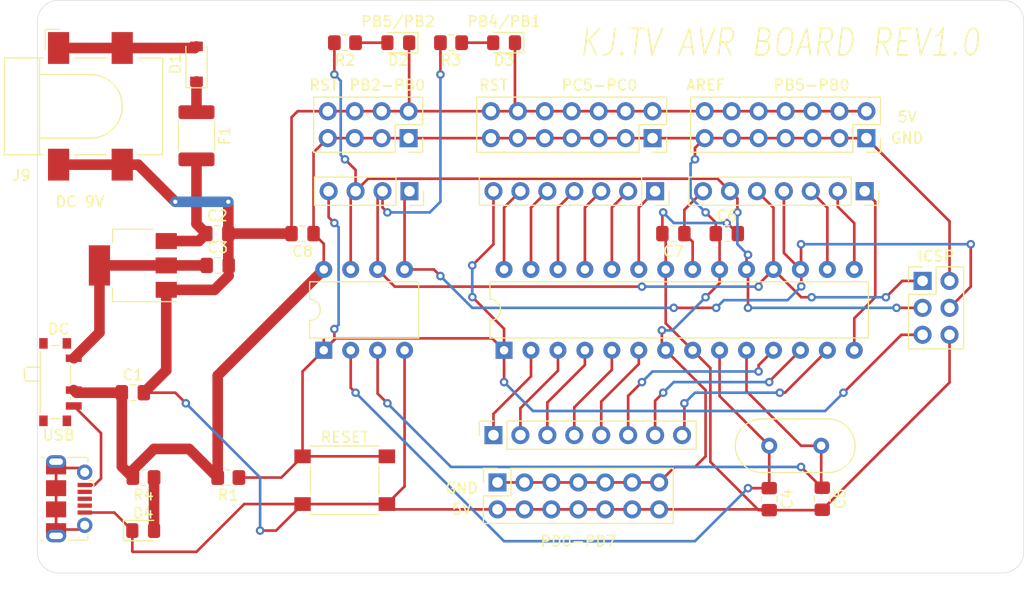
<source format=kicad_pcb>
(kicad_pcb (version 20171130) (host pcbnew "(5.1.9)-1")

  (general
    (thickness 1.6)
    (drawings 26)
    (tracks 383)
    (zones 0)
    (modules 34)
    (nets 39)
  )

  (page A4)
  (layers
    (0 F.Cu signal)
    (31 B.Cu signal)
    (32 B.Adhes user)
    (33 F.Adhes user)
    (34 B.Paste user)
    (35 F.Paste user)
    (36 B.SilkS user)
    (37 F.SilkS user)
    (38 B.Mask user)
    (39 F.Mask user)
    (40 Dwgs.User user)
    (41 Cmts.User user)
    (42 Eco1.User user)
    (43 Eco2.User user)
    (44 Edge.Cuts user)
    (45 Margin user)
    (46 B.CrtYd user)
    (47 F.CrtYd user)
    (48 B.Fab user hide)
    (49 F.Fab user hide)
  )

  (setup
    (last_trace_width 1)
    (user_trace_width 1)
    (trace_clearance 0.2)
    (zone_clearance 0.508)
    (zone_45_only no)
    (trace_min 0.2)
    (via_size 0.8)
    (via_drill 0.4)
    (via_min_size 0.4)
    (via_min_drill 0.3)
    (uvia_size 0.3)
    (uvia_drill 0.1)
    (uvias_allowed no)
    (uvia_min_size 0.2)
    (uvia_min_drill 0.1)
    (edge_width 0.05)
    (segment_width 0.2)
    (pcb_text_width 0.3)
    (pcb_text_size 1.5 1.5)
    (mod_edge_width 0.12)
    (mod_text_size 1 1)
    (mod_text_width 0.15)
    (pad_size 1.524 1.524)
    (pad_drill 0.762)
    (pad_to_mask_clearance 0)
    (aux_axis_origin 0 0)
    (visible_elements 7FFFFFFF)
    (pcbplotparams
      (layerselection 0x010fc_ffffffff)
      (usegerberextensions false)
      (usegerberattributes true)
      (usegerberadvancedattributes true)
      (creategerberjobfile true)
      (excludeedgelayer true)
      (linewidth 0.100000)
      (plotframeref false)
      (viasonmask false)
      (mode 1)
      (useauxorigin false)
      (hpglpennumber 1)
      (hpglpenspeed 20)
      (hpglpendiameter 15.000000)
      (psnegative false)
      (psa4output false)
      (plotreference true)
      (plotvalue true)
      (plotinvisibletext false)
      (padsonsilk false)
      (subtractmaskfromsilk false)
      (outputformat 1)
      (mirror false)
      (drillshape 0)
      (scaleselection 1)
      (outputdirectory "gerber/"))
  )

  (net 0 "")
  (net 1 GND)
  (net 2 +5V)
  (net 3 "Net-(C2-Pad1)")
  (net 4 "Net-(C3-Pad1)")
  (net 5 XTAL1)
  (net 6 XTAL2)
  (net 7 AREF)
  (net 8 "Net-(D1-Pad1)")
  (net 9 DC_in)
  (net 10 "Net-(D2-Pad2)")
  (net 11 "Net-(D3-Pad2)")
  (net 12 "Net-(D4-Pad2)")
  (net 13 PB0_tiny)
  (net 14 PB1_tiny)
  (net 15 PB2_tiny)
  (net 16 RST)
  (net 17 PB0)
  (net 18 PB1)
  (net 19 PB2)
  (net 20 PC5)
  (net 21 PC4)
  (net 22 PC3)
  (net 23 PC2)
  (net 24 PC1)
  (net 25 PC0)
  (net 26 PD0)
  (net 27 PD1)
  (net 28 PD2)
  (net 29 PD3)
  (net 30 PD4)
  (net 31 PD5)
  (net 32 PD6)
  (net 33 PD7)
  (net 34 "Net-(J10-Pad6)")
  (net 35 "Net-(J10-Pad2)")
  (net 36 USB_in)
  (net 37 "Net-(J10-Pad4)")
  (net 38 "Net-(J10-Pad3)")

  (net_class Default "This is the default net class."
    (clearance 0.2)
    (trace_width 0.25)
    (via_dia 0.8)
    (via_drill 0.4)
    (uvia_dia 0.3)
    (uvia_drill 0.1)
    (add_net +5V)
    (add_net AREF)
    (add_net DC_in)
    (add_net GND)
    (add_net "Net-(C2-Pad1)")
    (add_net "Net-(C3-Pad1)")
    (add_net "Net-(D1-Pad1)")
    (add_net "Net-(D2-Pad2)")
    (add_net "Net-(D3-Pad2)")
    (add_net "Net-(D4-Pad2)")
    (add_net "Net-(J10-Pad2)")
    (add_net "Net-(J10-Pad3)")
    (add_net "Net-(J10-Pad4)")
    (add_net "Net-(J10-Pad6)")
    (add_net PB0)
    (add_net PB0_tiny)
    (add_net PB1)
    (add_net PB1_tiny)
    (add_net PB2)
    (add_net PB2_tiny)
    (add_net PC0)
    (add_net PC1)
    (add_net PC2)
    (add_net PC3)
    (add_net PC4)
    (add_net PC5)
    (add_net PD0)
    (add_net PD1)
    (add_net PD2)
    (add_net PD3)
    (add_net PD4)
    (add_net PD5)
    (add_net PD6)
    (add_net PD7)
    (add_net RST)
    (add_net USB_in)
    (add_net XTAL1)
    (add_net XTAL2)
  )

  (module Capacitor_SMD:C_0805_2012Metric_Pad1.18x1.45mm_HandSolder (layer F.Cu) (tedit 5F68FEEF) (tstamp 60C20EDF)
    (at 39 113)
    (descr "Capacitor SMD 0805 (2012 Metric), square (rectangular) end terminal, IPC_7351 nominal with elongated pad for handsoldering. (Body size source: IPC-SM-782 page 76, https://www.pcb-3d.com/wordpress/wp-content/uploads/ipc-sm-782a_amendment_1_and_2.pdf, https://docs.google.com/spreadsheets/d/1BsfQQcO9C6DZCsRaXUlFlo91Tg2WpOkGARC1WS5S8t0/edit?usp=sharing), generated with kicad-footprint-generator")
    (tags "capacitor handsolder")
    (path /60BF2EFC)
    (attr smd)
    (fp_text reference C1 (at 0 -1.68) (layer F.SilkS)
      (effects (font (size 1 1) (thickness 0.15)))
    )
    (fp_text value 47u (at 0 1.68) (layer F.Fab)
      (effects (font (size 1 1) (thickness 0.15)))
    )
    (fp_line (start 1.88 0.98) (end -1.88 0.98) (layer F.CrtYd) (width 0.05))
    (fp_line (start 1.88 -0.98) (end 1.88 0.98) (layer F.CrtYd) (width 0.05))
    (fp_line (start -1.88 -0.98) (end 1.88 -0.98) (layer F.CrtYd) (width 0.05))
    (fp_line (start -1.88 0.98) (end -1.88 -0.98) (layer F.CrtYd) (width 0.05))
    (fp_line (start -0.261252 0.735) (end 0.261252 0.735) (layer F.SilkS) (width 0.12))
    (fp_line (start -0.261252 -0.735) (end 0.261252 -0.735) (layer F.SilkS) (width 0.12))
    (fp_line (start 1 0.625) (end -1 0.625) (layer F.Fab) (width 0.1))
    (fp_line (start 1 -0.625) (end 1 0.625) (layer F.Fab) (width 0.1))
    (fp_line (start -1 -0.625) (end 1 -0.625) (layer F.Fab) (width 0.1))
    (fp_line (start -1 0.625) (end -1 -0.625) (layer F.Fab) (width 0.1))
    (fp_text user %R (at -3.905001 0.844999) (layer F.Fab)
      (effects (font (size 0.5 0.5) (thickness 0.08)))
    )
    (pad 2 smd roundrect (at 1.0375 0) (size 1.175 1.45) (layers F.Cu F.Paste F.Mask) (roundrect_rratio 0.2127659574468085)
      (net 1 GND))
    (pad 1 smd roundrect (at -1.0375 0) (size 1.175 1.45) (layers F.Cu F.Paste F.Mask) (roundrect_rratio 0.2127659574468085)
      (net 2 +5V))
    (model ${KISYS3DMOD}/Capacitor_SMD.3dshapes/C_0805_2012Metric.wrl
      (at (xyz 0 0 0))
      (scale (xyz 1 1 1))
      (rotate (xyz 0 0 0))
    )
  )

  (module Capacitor_SMD:C_0805_2012Metric_Pad1.18x1.45mm_HandSolder (layer F.Cu) (tedit 5F68FEEF) (tstamp 60C20EF0)
    (at 46.9625 98)
    (descr "Capacitor SMD 0805 (2012 Metric), square (rectangular) end terminal, IPC_7351 nominal with elongated pad for handsoldering. (Body size source: IPC-SM-782 page 76, https://www.pcb-3d.com/wordpress/wp-content/uploads/ipc-sm-782a_amendment_1_and_2.pdf, https://docs.google.com/spreadsheets/d/1BsfQQcO9C6DZCsRaXUlFlo91Tg2WpOkGARC1WS5S8t0/edit?usp=sharing), generated with kicad-footprint-generator")
    (tags "capacitor handsolder")
    (path /60BF21BD)
    (attr smd)
    (fp_text reference C2 (at 0 -1.68) (layer F.SilkS)
      (effects (font (size 1 1) (thickness 0.15)))
    )
    (fp_text value 10u (at 0 1.68) (layer F.Fab)
      (effects (font (size 1 1) (thickness 0.15)))
    )
    (fp_line (start 1.88 0.98) (end -1.88 0.98) (layer F.CrtYd) (width 0.05))
    (fp_line (start 1.88 -0.98) (end 1.88 0.98) (layer F.CrtYd) (width 0.05))
    (fp_line (start -1.88 -0.98) (end 1.88 -0.98) (layer F.CrtYd) (width 0.05))
    (fp_line (start -1.88 0.98) (end -1.88 -0.98) (layer F.CrtYd) (width 0.05))
    (fp_line (start -0.261252 0.735) (end 0.261252 0.735) (layer F.SilkS) (width 0.12))
    (fp_line (start -0.261252 -0.735) (end 0.261252 -0.735) (layer F.SilkS) (width 0.12))
    (fp_line (start 1 0.625) (end -1 0.625) (layer F.Fab) (width 0.1))
    (fp_line (start 1 -0.625) (end 1 0.625) (layer F.Fab) (width 0.1))
    (fp_line (start -1 -0.625) (end 1 -0.625) (layer F.Fab) (width 0.1))
    (fp_line (start -1 0.625) (end -1 -0.625) (layer F.Fab) (width 0.1))
    (fp_text user %R (at 0 0) (layer F.Fab)
      (effects (font (size 0.5 0.5) (thickness 0.08)))
    )
    (pad 2 smd roundrect (at 1.0375 0) (size 1.175 1.45) (layers F.Cu F.Paste F.Mask) (roundrect_rratio 0.2127659574468085)
      (net 1 GND))
    (pad 1 smd roundrect (at -1.0375 0) (size 1.175 1.45) (layers F.Cu F.Paste F.Mask) (roundrect_rratio 0.2127659574468085)
      (net 3 "Net-(C2-Pad1)"))
    (model ${KISYS3DMOD}/Capacitor_SMD.3dshapes/C_0805_2012Metric.wrl
      (at (xyz 0 0 0))
      (scale (xyz 1 1 1))
      (rotate (xyz 0 0 0))
    )
  )

  (module Capacitor_SMD:C_0805_2012Metric_Pad1.18x1.45mm_HandSolder (layer F.Cu) (tedit 5F68FEEF) (tstamp 60C20F01)
    (at 47 101)
    (descr "Capacitor SMD 0805 (2012 Metric), square (rectangular) end terminal, IPC_7351 nominal with elongated pad for handsoldering. (Body size source: IPC-SM-782 page 76, https://www.pcb-3d.com/wordpress/wp-content/uploads/ipc-sm-782a_amendment_1_and_2.pdf, https://docs.google.com/spreadsheets/d/1BsfQQcO9C6DZCsRaXUlFlo91Tg2WpOkGARC1WS5S8t0/edit?usp=sharing), generated with kicad-footprint-generator")
    (tags "capacitor handsolder")
    (path /60BF26E3)
    (attr smd)
    (fp_text reference C3 (at 0 -1.68) (layer F.SilkS)
      (effects (font (size 1 1) (thickness 0.15)))
    )
    (fp_text value 10u (at 0 1.68) (layer F.Fab)
      (effects (font (size 1 1) (thickness 0.15)))
    )
    (fp_line (start -1 0.625) (end -1 -0.625) (layer F.Fab) (width 0.1))
    (fp_line (start -1 -0.625) (end 1 -0.625) (layer F.Fab) (width 0.1))
    (fp_line (start 1 -0.625) (end 1 0.625) (layer F.Fab) (width 0.1))
    (fp_line (start 1 0.625) (end -1 0.625) (layer F.Fab) (width 0.1))
    (fp_line (start -0.261252 -0.735) (end 0.261252 -0.735) (layer F.SilkS) (width 0.12))
    (fp_line (start -0.261252 0.735) (end 0.261252 0.735) (layer F.SilkS) (width 0.12))
    (fp_line (start -1.88 0.98) (end -1.88 -0.98) (layer F.CrtYd) (width 0.05))
    (fp_line (start -1.88 -0.98) (end 1.88 -0.98) (layer F.CrtYd) (width 0.05))
    (fp_line (start 1.88 -0.98) (end 1.88 0.98) (layer F.CrtYd) (width 0.05))
    (fp_line (start 1.88 0.98) (end -1.88 0.98) (layer F.CrtYd) (width 0.05))
    (fp_text user %R (at 0 0) (layer F.Fab)
      (effects (font (size 0.5 0.5) (thickness 0.08)))
    )
    (pad 1 smd roundrect (at -1.0375 0) (size 1.175 1.45) (layers F.Cu F.Paste F.Mask) (roundrect_rratio 0.2127659574468085)
      (net 4 "Net-(C3-Pad1)"))
    (pad 2 smd roundrect (at 1.0375 0) (size 1.175 1.45) (layers F.Cu F.Paste F.Mask) (roundrect_rratio 0.2127659574468085)
      (net 1 GND))
    (model ${KISYS3DMOD}/Capacitor_SMD.3dshapes/C_0805_2012Metric.wrl
      (at (xyz 0 0 0))
      (scale (xyz 1 1 1))
      (rotate (xyz 0 0 0))
    )
  )

  (module Capacitor_SMD:C_0805_2012Metric_Pad1.18x1.45mm_HandSolder (layer F.Cu) (tedit 5F68FEEF) (tstamp 60C20F12)
    (at 99 123.0375 270)
    (descr "Capacitor SMD 0805 (2012 Metric), square (rectangular) end terminal, IPC_7351 nominal with elongated pad for handsoldering. (Body size source: IPC-SM-782 page 76, https://www.pcb-3d.com/wordpress/wp-content/uploads/ipc-sm-782a_amendment_1_and_2.pdf, https://docs.google.com/spreadsheets/d/1BsfQQcO9C6DZCsRaXUlFlo91Tg2WpOkGARC1WS5S8t0/edit?usp=sharing), generated with kicad-footprint-generator")
    (tags "capacitor handsolder")
    (path /60C1F283)
    (attr smd)
    (fp_text reference C4 (at 0 -1.68 90) (layer F.SilkS)
      (effects (font (size 1 1) (thickness 0.15)))
    )
    (fp_text value 22pf (at 0 1.68 90) (layer F.Fab)
      (effects (font (size 1 1) (thickness 0.15)))
    )
    (fp_line (start -1 0.625) (end -1 -0.625) (layer F.Fab) (width 0.1))
    (fp_line (start -1 -0.625) (end 1 -0.625) (layer F.Fab) (width 0.1))
    (fp_line (start 1 -0.625) (end 1 0.625) (layer F.Fab) (width 0.1))
    (fp_line (start 1 0.625) (end -1 0.625) (layer F.Fab) (width 0.1))
    (fp_line (start -0.261252 -0.735) (end 0.261252 -0.735) (layer F.SilkS) (width 0.12))
    (fp_line (start -0.261252 0.735) (end 0.261252 0.735) (layer F.SilkS) (width 0.12))
    (fp_line (start -1.88 0.98) (end -1.88 -0.98) (layer F.CrtYd) (width 0.05))
    (fp_line (start -1.88 -0.98) (end 1.88 -0.98) (layer F.CrtYd) (width 0.05))
    (fp_line (start 1.88 -0.98) (end 1.88 0.98) (layer F.CrtYd) (width 0.05))
    (fp_line (start 1.88 0.98) (end -1.88 0.98) (layer F.CrtYd) (width 0.05))
    (fp_text user %R (at 0 0 90) (layer F.Fab)
      (effects (font (size 0.5 0.5) (thickness 0.08)))
    )
    (pad 1 smd roundrect (at -1.0375 0 270) (size 1.175 1.45) (layers F.Cu F.Paste F.Mask) (roundrect_rratio 0.2127659574468085)
      (net 5 XTAL1))
    (pad 2 smd roundrect (at 1.0375 0 270) (size 1.175 1.45) (layers F.Cu F.Paste F.Mask) (roundrect_rratio 0.2127659574468085)
      (net 1 GND))
    (model ${KISYS3DMOD}/Capacitor_SMD.3dshapes/C_0805_2012Metric.wrl
      (at (xyz 0 0 0))
      (scale (xyz 1 1 1))
      (rotate (xyz 0 0 0))
    )
  )

  (module Capacitor_SMD:C_0805_2012Metric_Pad1.18x1.45mm_HandSolder (layer F.Cu) (tedit 5F68FEEF) (tstamp 60C20F23)
    (at 104 123 270)
    (descr "Capacitor SMD 0805 (2012 Metric), square (rectangular) end terminal, IPC_7351 nominal with elongated pad for handsoldering. (Body size source: IPC-SM-782 page 76, https://www.pcb-3d.com/wordpress/wp-content/uploads/ipc-sm-782a_amendment_1_and_2.pdf, https://docs.google.com/spreadsheets/d/1BsfQQcO9C6DZCsRaXUlFlo91Tg2WpOkGARC1WS5S8t0/edit?usp=sharing), generated with kicad-footprint-generator")
    (tags "capacitor handsolder")
    (path /60C20765)
    (attr smd)
    (fp_text reference C5 (at 0 -1.68 90) (layer F.SilkS)
      (effects (font (size 1 1) (thickness 0.15)))
    )
    (fp_text value 22pf (at 0 1.68 90) (layer F.Fab)
      (effects (font (size 1 1) (thickness 0.15)))
    )
    (fp_line (start 1.88 0.98) (end -1.88 0.98) (layer F.CrtYd) (width 0.05))
    (fp_line (start 1.88 -0.98) (end 1.88 0.98) (layer F.CrtYd) (width 0.05))
    (fp_line (start -1.88 -0.98) (end 1.88 -0.98) (layer F.CrtYd) (width 0.05))
    (fp_line (start -1.88 0.98) (end -1.88 -0.98) (layer F.CrtYd) (width 0.05))
    (fp_line (start -0.261252 0.735) (end 0.261252 0.735) (layer F.SilkS) (width 0.12))
    (fp_line (start -0.261252 -0.735) (end 0.261252 -0.735) (layer F.SilkS) (width 0.12))
    (fp_line (start 1 0.625) (end -1 0.625) (layer F.Fab) (width 0.1))
    (fp_line (start 1 -0.625) (end 1 0.625) (layer F.Fab) (width 0.1))
    (fp_line (start -1 -0.625) (end 1 -0.625) (layer F.Fab) (width 0.1))
    (fp_line (start -1 0.625) (end -1 -0.625) (layer F.Fab) (width 0.1))
    (fp_text user %R (at 0 0 90) (layer F.Fab)
      (effects (font (size 0.5 0.5) (thickness 0.08)))
    )
    (pad 2 smd roundrect (at 1.0375 0 270) (size 1.175 1.45) (layers F.Cu F.Paste F.Mask) (roundrect_rratio 0.2127659574468085)
      (net 1 GND))
    (pad 1 smd roundrect (at -1.0375 0 270) (size 1.175 1.45) (layers F.Cu F.Paste F.Mask) (roundrect_rratio 0.2127659574468085)
      (net 6 XTAL2))
    (model ${KISYS3DMOD}/Capacitor_SMD.3dshapes/C_0805_2012Metric.wrl
      (at (xyz 0 0 0))
      (scale (xyz 1 1 1))
      (rotate (xyz 0 0 0))
    )
  )

  (module Capacitor_SMD:C_0805_2012Metric_Pad1.18x1.45mm_HandSolder (layer F.Cu) (tedit 5F68FEEF) (tstamp 60C20F34)
    (at 95 98)
    (descr "Capacitor SMD 0805 (2012 Metric), square (rectangular) end terminal, IPC_7351 nominal with elongated pad for handsoldering. (Body size source: IPC-SM-782 page 76, https://www.pcb-3d.com/wordpress/wp-content/uploads/ipc-sm-782a_amendment_1_and_2.pdf, https://docs.google.com/spreadsheets/d/1BsfQQcO9C6DZCsRaXUlFlo91Tg2WpOkGARC1WS5S8t0/edit?usp=sharing), generated with kicad-footprint-generator")
    (tags "capacitor handsolder")
    (path /60C0ADFE)
    (attr smd)
    (fp_text reference C6 (at 0 -1.68) (layer F.SilkS)
      (effects (font (size 1 1) (thickness 0.15)))
    )
    (fp_text value 100n (at 0 1.68) (layer F.Fab)
      (effects (font (size 1 1) (thickness 0.15)))
    )
    (fp_line (start -1 0.625) (end -1 -0.625) (layer F.Fab) (width 0.1))
    (fp_line (start -1 -0.625) (end 1 -0.625) (layer F.Fab) (width 0.1))
    (fp_line (start 1 -0.625) (end 1 0.625) (layer F.Fab) (width 0.1))
    (fp_line (start 1 0.625) (end -1 0.625) (layer F.Fab) (width 0.1))
    (fp_line (start -0.261252 -0.735) (end 0.261252 -0.735) (layer F.SilkS) (width 0.12))
    (fp_line (start -0.261252 0.735) (end 0.261252 0.735) (layer F.SilkS) (width 0.12))
    (fp_line (start -1.88 0.98) (end -1.88 -0.98) (layer F.CrtYd) (width 0.05))
    (fp_line (start -1.88 -0.98) (end 1.88 -0.98) (layer F.CrtYd) (width 0.05))
    (fp_line (start 1.88 -0.98) (end 1.88 0.98) (layer F.CrtYd) (width 0.05))
    (fp_line (start 1.88 0.98) (end -1.88 0.98) (layer F.CrtYd) (width 0.05))
    (fp_text user %R (at 0 0) (layer F.Fab)
      (effects (font (size 0.5 0.5) (thickness 0.08)))
    )
    (pad 1 smd roundrect (at -1.0375 0) (size 1.175 1.45) (layers F.Cu F.Paste F.Mask) (roundrect_rratio 0.2127659574468085)
      (net 2 +5V))
    (pad 2 smd roundrect (at 1.0375 0) (size 1.175 1.45) (layers F.Cu F.Paste F.Mask) (roundrect_rratio 0.2127659574468085)
      (net 1 GND))
    (model ${KISYS3DMOD}/Capacitor_SMD.3dshapes/C_0805_2012Metric.wrl
      (at (xyz 0 0 0))
      (scale (xyz 1 1 1))
      (rotate (xyz 0 0 0))
    )
  )

  (module Capacitor_SMD:C_0805_2012Metric_Pad1.18x1.45mm_HandSolder (layer F.Cu) (tedit 5F68FEEF) (tstamp 60C20F45)
    (at 89.9625 98 180)
    (descr "Capacitor SMD 0805 (2012 Metric), square (rectangular) end terminal, IPC_7351 nominal with elongated pad for handsoldering. (Body size source: IPC-SM-782 page 76, https://www.pcb-3d.com/wordpress/wp-content/uploads/ipc-sm-782a_amendment_1_and_2.pdf, https://docs.google.com/spreadsheets/d/1BsfQQcO9C6DZCsRaXUlFlo91Tg2WpOkGARC1WS5S8t0/edit?usp=sharing), generated with kicad-footprint-generator")
    (tags "capacitor handsolder")
    (path /60C30D80)
    (attr smd)
    (fp_text reference C7 (at 0 -1.68) (layer F.SilkS)
      (effects (font (size 1 1) (thickness 0.15)))
    )
    (fp_text value 100n (at 0 1.68) (layer F.Fab)
      (effects (font (size 1 1) (thickness 0.15)))
    )
    (fp_line (start -1 0.625) (end -1 -0.625) (layer F.Fab) (width 0.1))
    (fp_line (start -1 -0.625) (end 1 -0.625) (layer F.Fab) (width 0.1))
    (fp_line (start 1 -0.625) (end 1 0.625) (layer F.Fab) (width 0.1))
    (fp_line (start 1 0.625) (end -1 0.625) (layer F.Fab) (width 0.1))
    (fp_line (start -0.261252 -0.735) (end 0.261252 -0.735) (layer F.SilkS) (width 0.12))
    (fp_line (start -0.261252 0.735) (end 0.261252 0.735) (layer F.SilkS) (width 0.12))
    (fp_line (start -1.88 0.98) (end -1.88 -0.98) (layer F.CrtYd) (width 0.05))
    (fp_line (start -1.88 -0.98) (end 1.88 -0.98) (layer F.CrtYd) (width 0.05))
    (fp_line (start 1.88 -0.98) (end 1.88 0.98) (layer F.CrtYd) (width 0.05))
    (fp_line (start 1.88 0.98) (end -1.88 0.98) (layer F.CrtYd) (width 0.05))
    (fp_text user %R (at 0 0) (layer F.Fab)
      (effects (font (size 0.5 0.5) (thickness 0.08)))
    )
    (pad 1 smd roundrect (at -1.0375 0 180) (size 1.175 1.45) (layers F.Cu F.Paste F.Mask) (roundrect_rratio 0.2127659574468085)
      (net 7 AREF))
    (pad 2 smd roundrect (at 1.0375 0 180) (size 1.175 1.45) (layers F.Cu F.Paste F.Mask) (roundrect_rratio 0.2127659574468085)
      (net 1 GND))
    (model ${KISYS3DMOD}/Capacitor_SMD.3dshapes/C_0805_2012Metric.wrl
      (at (xyz 0 0 0))
      (scale (xyz 1 1 1))
      (rotate (xyz 0 0 0))
    )
  )

  (module Capacitor_SMD:C_0805_2012Metric_Pad1.18x1.45mm_HandSolder (layer F.Cu) (tedit 5F68FEEF) (tstamp 60C20F56)
    (at 55 98 180)
    (descr "Capacitor SMD 0805 (2012 Metric), square (rectangular) end terminal, IPC_7351 nominal with elongated pad for handsoldering. (Body size source: IPC-SM-782 page 76, https://www.pcb-3d.com/wordpress/wp-content/uploads/ipc-sm-782a_amendment_1_and_2.pdf, https://docs.google.com/spreadsheets/d/1BsfQQcO9C6DZCsRaXUlFlo91Tg2WpOkGARC1WS5S8t0/edit?usp=sharing), generated with kicad-footprint-generator")
    (tags "capacitor handsolder")
    (path /60C0DD8C)
    (attr smd)
    (fp_text reference C8 (at 0 -1.68) (layer F.SilkS)
      (effects (font (size 1 1) (thickness 0.15)))
    )
    (fp_text value 100n (at 0 1.68) (layer F.Fab)
      (effects (font (size 1 1) (thickness 0.15)))
    )
    (fp_line (start 1.88 0.98) (end -1.88 0.98) (layer F.CrtYd) (width 0.05))
    (fp_line (start 1.88 -0.98) (end 1.88 0.98) (layer F.CrtYd) (width 0.05))
    (fp_line (start -1.88 -0.98) (end 1.88 -0.98) (layer F.CrtYd) (width 0.05))
    (fp_line (start -1.88 0.98) (end -1.88 -0.98) (layer F.CrtYd) (width 0.05))
    (fp_line (start -0.261252 0.735) (end 0.261252 0.735) (layer F.SilkS) (width 0.12))
    (fp_line (start -0.261252 -0.735) (end 0.261252 -0.735) (layer F.SilkS) (width 0.12))
    (fp_line (start 1 0.625) (end -1 0.625) (layer F.Fab) (width 0.1))
    (fp_line (start 1 -0.625) (end 1 0.625) (layer F.Fab) (width 0.1))
    (fp_line (start -1 -0.625) (end 1 -0.625) (layer F.Fab) (width 0.1))
    (fp_line (start -1 0.625) (end -1 -0.625) (layer F.Fab) (width 0.1))
    (fp_text user %R (at 0 0) (layer F.Fab)
      (effects (font (size 0.5 0.5) (thickness 0.08)))
    )
    (pad 2 smd roundrect (at 1.0375 0 180) (size 1.175 1.45) (layers F.Cu F.Paste F.Mask) (roundrect_rratio 0.2127659574468085)
      (net 1 GND))
    (pad 1 smd roundrect (at -1.0375 0 180) (size 1.175 1.45) (layers F.Cu F.Paste F.Mask) (roundrect_rratio 0.2127659574468085)
      (net 2 +5V))
    (model ${KISYS3DMOD}/Capacitor_SMD.3dshapes/C_0805_2012Metric.wrl
      (at (xyz 0 0 0))
      (scale (xyz 1 1 1))
      (rotate (xyz 0 0 0))
    )
  )

  (module Diode_SMD:D_SOD-123 (layer F.Cu) (tedit 58645DC7) (tstamp 60C20F6F)
    (at 45 82 90)
    (descr SOD-123)
    (tags SOD-123)
    (path /60BED07E)
    (attr smd)
    (fp_text reference D1 (at 0 -2 90) (layer F.SilkS)
      (effects (font (size 1 1) (thickness 0.15)))
    )
    (fp_text value Diode (at 0 2.1 90) (layer F.Fab)
      (effects (font (size 1 1) (thickness 0.15)))
    )
    (fp_line (start -2.25 -1) (end -2.25 1) (layer F.SilkS) (width 0.12))
    (fp_line (start 0.25 0) (end 0.75 0) (layer F.Fab) (width 0.1))
    (fp_line (start 0.25 0.4) (end -0.35 0) (layer F.Fab) (width 0.1))
    (fp_line (start 0.25 -0.4) (end 0.25 0.4) (layer F.Fab) (width 0.1))
    (fp_line (start -0.35 0) (end 0.25 -0.4) (layer F.Fab) (width 0.1))
    (fp_line (start -0.35 0) (end -0.35 0.55) (layer F.Fab) (width 0.1))
    (fp_line (start -0.35 0) (end -0.35 -0.55) (layer F.Fab) (width 0.1))
    (fp_line (start -0.75 0) (end -0.35 0) (layer F.Fab) (width 0.1))
    (fp_line (start -1.4 0.9) (end -1.4 -0.9) (layer F.Fab) (width 0.1))
    (fp_line (start 1.4 0.9) (end -1.4 0.9) (layer F.Fab) (width 0.1))
    (fp_line (start 1.4 -0.9) (end 1.4 0.9) (layer F.Fab) (width 0.1))
    (fp_line (start -1.4 -0.9) (end 1.4 -0.9) (layer F.Fab) (width 0.1))
    (fp_line (start -2.35 -1.15) (end 2.35 -1.15) (layer F.CrtYd) (width 0.05))
    (fp_line (start 2.35 -1.15) (end 2.35 1.15) (layer F.CrtYd) (width 0.05))
    (fp_line (start 2.35 1.15) (end -2.35 1.15) (layer F.CrtYd) (width 0.05))
    (fp_line (start -2.35 -1.15) (end -2.35 1.15) (layer F.CrtYd) (width 0.05))
    (fp_line (start -2.25 1) (end 1.65 1) (layer F.SilkS) (width 0.12))
    (fp_line (start -2.25 -1) (end 1.65 -1) (layer F.SilkS) (width 0.12))
    (fp_text user %R (at 0 -2 90) (layer F.Fab)
      (effects (font (size 1 1) (thickness 0.15)))
    )
    (pad 1 smd rect (at -1.65 0 90) (size 0.9 1.2) (layers F.Cu F.Paste F.Mask)
      (net 8 "Net-(D1-Pad1)"))
    (pad 2 smd rect (at 1.65 0 90) (size 0.9 1.2) (layers F.Cu F.Paste F.Mask)
      (net 9 DC_in))
    (model ${KISYS3DMOD}/Diode_SMD.3dshapes/D_SOD-123.wrl
      (at (xyz 0 0 0))
      (scale (xyz 1 1 1))
      (rotate (xyz 0 0 0))
    )
  )

  (module Diode_SMD:D_0805_2012Metric_Pad1.15x1.40mm_HandSolder (layer F.Cu) (tedit 5F68FEF0) (tstamp 60C20F82)
    (at 64.025 80 180)
    (descr "Diode SMD 0805 (2012 Metric), square (rectangular) end terminal, IPC_7351 nominal, (Body size source: https://docs.google.com/spreadsheets/d/1BsfQQcO9C6DZCsRaXUlFlo91Tg2WpOkGARC1WS5S8t0/edit?usp=sharing), generated with kicad-footprint-generator")
    (tags "diode handsolder")
    (path /60D0CDBB)
    (attr smd)
    (fp_text reference D2 (at 0 -1.65) (layer F.SilkS)
      (effects (font (size 1 1) (thickness 0.15)))
    )
    (fp_text value red (at 0 1.65) (layer F.Fab)
      (effects (font (size 1 1) (thickness 0.15)))
    )
    (fp_line (start 1 -0.6) (end -0.7 -0.6) (layer F.Fab) (width 0.1))
    (fp_line (start -0.7 -0.6) (end -1 -0.3) (layer F.Fab) (width 0.1))
    (fp_line (start -1 -0.3) (end -1 0.6) (layer F.Fab) (width 0.1))
    (fp_line (start -1 0.6) (end 1 0.6) (layer F.Fab) (width 0.1))
    (fp_line (start 1 0.6) (end 1 -0.6) (layer F.Fab) (width 0.1))
    (fp_line (start 1 -0.96) (end -1.86 -0.96) (layer F.SilkS) (width 0.12))
    (fp_line (start -1.86 -0.96) (end -1.86 0.96) (layer F.SilkS) (width 0.12))
    (fp_line (start -1.86 0.96) (end 1 0.96) (layer F.SilkS) (width 0.12))
    (fp_line (start -1.85 0.95) (end -1.85 -0.95) (layer F.CrtYd) (width 0.05))
    (fp_line (start -1.85 -0.95) (end 1.85 -0.95) (layer F.CrtYd) (width 0.05))
    (fp_line (start 1.85 -0.95) (end 1.85 0.95) (layer F.CrtYd) (width 0.05))
    (fp_line (start 1.85 0.95) (end -1.85 0.95) (layer F.CrtYd) (width 0.05))
    (fp_text user %R (at 0 0) (layer F.Fab)
      (effects (font (size 0.5 0.5) (thickness 0.08)))
    )
    (pad 1 smd roundrect (at -1.025 0 180) (size 1.15 1.4) (layers F.Cu F.Paste F.Mask) (roundrect_rratio 0.2173904347826087)
      (net 1 GND))
    (pad 2 smd roundrect (at 1.025 0 180) (size 1.15 1.4) (layers F.Cu F.Paste F.Mask) (roundrect_rratio 0.2173904347826087)
      (net 10 "Net-(D2-Pad2)"))
    (model ${KISYS3DMOD}/Diode_SMD.3dshapes/D_0805_2012Metric.wrl
      (at (xyz 0 0 0))
      (scale (xyz 1 1 1))
      (rotate (xyz 0 0 0))
    )
  )

  (module Diode_SMD:D_0805_2012Metric_Pad1.15x1.40mm_HandSolder (layer F.Cu) (tedit 5F68FEF0) (tstamp 60C20F95)
    (at 74 80 180)
    (descr "Diode SMD 0805 (2012 Metric), square (rectangular) end terminal, IPC_7351 nominal, (Body size source: https://docs.google.com/spreadsheets/d/1BsfQQcO9C6DZCsRaXUlFlo91Tg2WpOkGARC1WS5S8t0/edit?usp=sharing), generated with kicad-footprint-generator")
    (tags "diode handsolder")
    (path /60D0D8D6)
    (attr smd)
    (fp_text reference D3 (at 0 -1.65) (layer F.SilkS)
      (effects (font (size 1 1) (thickness 0.15)))
    )
    (fp_text value green (at 0 1.65) (layer F.Fab)
      (effects (font (size 1 1) (thickness 0.15)))
    )
    (fp_line (start 1.85 0.95) (end -1.85 0.95) (layer F.CrtYd) (width 0.05))
    (fp_line (start 1.85 -0.95) (end 1.85 0.95) (layer F.CrtYd) (width 0.05))
    (fp_line (start -1.85 -0.95) (end 1.85 -0.95) (layer F.CrtYd) (width 0.05))
    (fp_line (start -1.85 0.95) (end -1.85 -0.95) (layer F.CrtYd) (width 0.05))
    (fp_line (start -1.86 0.96) (end 1 0.96) (layer F.SilkS) (width 0.12))
    (fp_line (start -1.86 -0.96) (end -1.86 0.96) (layer F.SilkS) (width 0.12))
    (fp_line (start 1 -0.96) (end -1.86 -0.96) (layer F.SilkS) (width 0.12))
    (fp_line (start 1 0.6) (end 1 -0.6) (layer F.Fab) (width 0.1))
    (fp_line (start -1 0.6) (end 1 0.6) (layer F.Fab) (width 0.1))
    (fp_line (start -1 -0.3) (end -1 0.6) (layer F.Fab) (width 0.1))
    (fp_line (start -0.7 -0.6) (end -1 -0.3) (layer F.Fab) (width 0.1))
    (fp_line (start 1 -0.6) (end -0.7 -0.6) (layer F.Fab) (width 0.1))
    (fp_text user %R (at 0 0) (layer F.Fab)
      (effects (font (size 0.5 0.5) (thickness 0.08)))
    )
    (pad 2 smd roundrect (at 1.025 0 180) (size 1.15 1.4) (layers F.Cu F.Paste F.Mask) (roundrect_rratio 0.2173904347826087)
      (net 11 "Net-(D3-Pad2)"))
    (pad 1 smd roundrect (at -1.025 0 180) (size 1.15 1.4) (layers F.Cu F.Paste F.Mask) (roundrect_rratio 0.2173904347826087)
      (net 1 GND))
    (model ${KISYS3DMOD}/Diode_SMD.3dshapes/D_0805_2012Metric.wrl
      (at (xyz 0 0 0))
      (scale (xyz 1 1 1))
      (rotate (xyz 0 0 0))
    )
  )

  (module Diode_SMD:D_0805_2012Metric_Pad1.15x1.40mm_HandSolder (layer F.Cu) (tedit 5F68FEF0) (tstamp 60C20FA8)
    (at 39.975 126)
    (descr "Diode SMD 0805 (2012 Metric), square (rectangular) end terminal, IPC_7351 nominal, (Body size source: https://docs.google.com/spreadsheets/d/1BsfQQcO9C6DZCsRaXUlFlo91Tg2WpOkGARC1WS5S8t0/edit?usp=sharing), generated with kicad-footprint-generator")
    (tags "diode handsolder")
    (path /60D12C8E)
    (attr smd)
    (fp_text reference D4 (at 0 -1.65) (layer F.SilkS)
      (effects (font (size 1 1) (thickness 0.15)))
    )
    (fp_text value green (at 0 1.65) (layer F.Fab)
      (effects (font (size 1 1) (thickness 0.15)))
    )
    (fp_line (start 1 -0.6) (end -0.7 -0.6) (layer F.Fab) (width 0.1))
    (fp_line (start -0.7 -0.6) (end -1 -0.3) (layer F.Fab) (width 0.1))
    (fp_line (start -1 -0.3) (end -1 0.6) (layer F.Fab) (width 0.1))
    (fp_line (start -1 0.6) (end 1 0.6) (layer F.Fab) (width 0.1))
    (fp_line (start 1 0.6) (end 1 -0.6) (layer F.Fab) (width 0.1))
    (fp_line (start 1 -0.96) (end -1.86 -0.96) (layer F.SilkS) (width 0.12))
    (fp_line (start -1.86 -0.96) (end -1.86 0.96) (layer F.SilkS) (width 0.12))
    (fp_line (start -1.86 0.96) (end 1 0.96) (layer F.SilkS) (width 0.12))
    (fp_line (start -1.85 0.95) (end -1.85 -0.95) (layer F.CrtYd) (width 0.05))
    (fp_line (start -1.85 -0.95) (end 1.85 -0.95) (layer F.CrtYd) (width 0.05))
    (fp_line (start 1.85 -0.95) (end 1.85 0.95) (layer F.CrtYd) (width 0.05))
    (fp_line (start 1.85 0.95) (end -1.85 0.95) (layer F.CrtYd) (width 0.05))
    (fp_text user %R (at 0 0) (layer F.Fab)
      (effects (font (size 0.5 0.5) (thickness 0.08)))
    )
    (pad 1 smd roundrect (at -1.025 0) (size 1.15 1.4) (layers F.Cu F.Paste F.Mask) (roundrect_rratio 0.2173904347826087)
      (net 1 GND))
    (pad 2 smd roundrect (at 1.025 0) (size 1.15 1.4) (layers F.Cu F.Paste F.Mask) (roundrect_rratio 0.2173904347826087)
      (net 12 "Net-(D4-Pad2)"))
    (model ${KISYS3DMOD}/Diode_SMD.3dshapes/D_0805_2012Metric.wrl
      (at (xyz 0 0 0))
      (scale (xyz 1 1 1))
      (rotate (xyz 0 0 0))
    )
  )

  (module Fuse:Fuse_1812_4532Metric_Pad1.30x3.40mm_HandSolder (layer F.Cu) (tedit 5F68FEF1) (tstamp 60C20FB9)
    (at 45 88.775 270)
    (descr "Fuse SMD 1812 (4532 Metric), square (rectangular) end terminal, IPC_7351 nominal with elongated pad for handsoldering. (Body size source: https://www.nikhef.nl/pub/departments/mt/projects/detectorR_D/dtddice/ERJ2G.pdf), generated with kicad-footprint-generator")
    (tags "fuse handsolder")
    (path /60BEFDE5)
    (attr smd)
    (fp_text reference F1 (at 0 -2.65 90) (layer F.SilkS)
      (effects (font (size 1 1) (thickness 0.15)))
    )
    (fp_text value 500mA (at 0 2.65 90) (layer F.Fab)
      (effects (font (size 1 1) (thickness 0.15)))
    )
    (fp_line (start -2.25 1.6) (end -2.25 -1.6) (layer F.Fab) (width 0.1))
    (fp_line (start -2.25 -1.6) (end 2.25 -1.6) (layer F.Fab) (width 0.1))
    (fp_line (start 2.25 -1.6) (end 2.25 1.6) (layer F.Fab) (width 0.1))
    (fp_line (start 2.25 1.6) (end -2.25 1.6) (layer F.Fab) (width 0.1))
    (fp_line (start -1.386252 -1.71) (end 1.386252 -1.71) (layer F.SilkS) (width 0.12))
    (fp_line (start -1.386252 1.71) (end 1.386252 1.71) (layer F.SilkS) (width 0.12))
    (fp_line (start -3.12 1.95) (end -3.12 -1.95) (layer F.CrtYd) (width 0.05))
    (fp_line (start -3.12 -1.95) (end 3.12 -1.95) (layer F.CrtYd) (width 0.05))
    (fp_line (start 3.12 -1.95) (end 3.12 1.95) (layer F.CrtYd) (width 0.05))
    (fp_line (start 3.12 1.95) (end -3.12 1.95) (layer F.CrtYd) (width 0.05))
    (fp_text user %R (at -0.225 0 90) (layer F.Fab)
      (effects (font (size 1 1) (thickness 0.15)))
    )
    (pad 1 smd roundrect (at -2.225 0 270) (size 1.3 3.4) (layers F.Cu F.Paste F.Mask) (roundrect_rratio 0.1923076923076923)
      (net 8 "Net-(D1-Pad1)"))
    (pad 2 smd roundrect (at 2.225 0 270) (size 1.3 3.4) (layers F.Cu F.Paste F.Mask) (roundrect_rratio 0.1923076923076923)
      (net 3 "Net-(C2-Pad1)"))
    (model ${KISYS3DMOD}/Fuse.3dshapes/Fuse_1812_4532Metric.wrl
      (at (xyz 0 0 0))
      (scale (xyz 1 1 1))
      (rotate (xyz 0 0 0))
    )
  )

  (module Connector_PinSocket_2.54mm:PinSocket_1x04_P2.54mm_Vertical (layer F.Cu) (tedit 5A19A429) (tstamp 60C20FD1)
    (at 65.08 94 270)
    (descr "Through hole straight socket strip, 1x04, 2.54mm pitch, single row (from Kicad 4.0.7), script generated")
    (tags "Through hole socket strip THT 1x04 2.54mm single row")
    (path /60C93A80)
    (fp_text reference J1 (at 0 -2.77 90) (layer F.SilkS) hide
      (effects (font (size 1 1) (thickness 0.15)))
    )
    (fp_text value TINY (at 0 10.39 90) (layer F.Fab)
      (effects (font (size 1 1) (thickness 0.15)))
    )
    (fp_line (start -1.27 -1.27) (end 0.635 -1.27) (layer F.Fab) (width 0.1))
    (fp_line (start 0.635 -1.27) (end 1.27 -0.635) (layer F.Fab) (width 0.1))
    (fp_line (start 1.27 -0.635) (end 1.27 8.89) (layer F.Fab) (width 0.1))
    (fp_line (start 1.27 8.89) (end -1.27 8.89) (layer F.Fab) (width 0.1))
    (fp_line (start -1.27 8.89) (end -1.27 -1.27) (layer F.Fab) (width 0.1))
    (fp_line (start -1.33 1.27) (end 1.33 1.27) (layer F.SilkS) (width 0.12))
    (fp_line (start -1.33 1.27) (end -1.33 8.95) (layer F.SilkS) (width 0.12))
    (fp_line (start -1.33 8.95) (end 1.33 8.95) (layer F.SilkS) (width 0.12))
    (fp_line (start 1.33 1.27) (end 1.33 8.95) (layer F.SilkS) (width 0.12))
    (fp_line (start 1.33 -1.33) (end 1.33 0) (layer F.SilkS) (width 0.12))
    (fp_line (start 0 -1.33) (end 1.33 -1.33) (layer F.SilkS) (width 0.12))
    (fp_line (start -1.8 -1.8) (end 1.75 -1.8) (layer F.CrtYd) (width 0.05))
    (fp_line (start 1.75 -1.8) (end 1.75 9.4) (layer F.CrtYd) (width 0.05))
    (fp_line (start 1.75 9.4) (end -1.8 9.4) (layer F.CrtYd) (width 0.05))
    (fp_line (start -1.8 9.4) (end -1.8 -1.8) (layer F.CrtYd) (width 0.05))
    (fp_text user %R (at 0 3.81) (layer F.Fab)
      (effects (font (size 1 1) (thickness 0.15)))
    )
    (pad 1 thru_hole rect (at 0 0 270) (size 1.7 1.7) (drill 1) (layers *.Cu *.Mask)
      (net 13 PB0_tiny))
    (pad 2 thru_hole oval (at 0 2.54 270) (size 1.7 1.7) (drill 1) (layers *.Cu *.Mask)
      (net 14 PB1_tiny))
    (pad 3 thru_hole oval (at 0 5.08 270) (size 1.7 1.7) (drill 1) (layers *.Cu *.Mask)
      (net 15 PB2_tiny))
    (pad 4 thru_hole oval (at 0 7.62 270) (size 1.7 1.7) (drill 1) (layers *.Cu *.Mask)
      (net 16 RST))
    (model ${KISYS3DMOD}/Connector_PinSocket_2.54mm.3dshapes/PinSocket_1x04_P2.54mm_Vertical.wrl
      (at (xyz 0 0 0))
      (scale (xyz 1 1 1))
      (rotate (xyz 0 0 0))
    )
  )

  (module Connector_PinSocket_2.54mm:PinSocket_2x04_P2.54mm_Vertical (layer F.Cu) (tedit 5A19A422) (tstamp 60C20FEF)
    (at 65 89 270)
    (descr "Through hole straight socket strip, 2x04, 2.54mm pitch, double cols (from Kicad 4.0.7), script generated")
    (tags "Through hole socket strip THT 2x04 2.54mm double row")
    (path /60C94EA9)
    (fp_text reference J2 (at -1.27 -2.77 90) (layer F.SilkS) hide
      (effects (font (size 1 1) (thickness 0.15)))
    )
    (fp_text value powerGND_4 (at -1.27 10.39 90) (layer F.Fab)
      (effects (font (size 1 1) (thickness 0.15)))
    )
    (fp_line (start -3.81 -1.27) (end 0.27 -1.27) (layer F.Fab) (width 0.1))
    (fp_line (start 0.27 -1.27) (end 1.27 -0.27) (layer F.Fab) (width 0.1))
    (fp_line (start 1.27 -0.27) (end 1.27 8.89) (layer F.Fab) (width 0.1))
    (fp_line (start 1.27 8.89) (end -3.81 8.89) (layer F.Fab) (width 0.1))
    (fp_line (start -3.81 8.89) (end -3.81 -1.27) (layer F.Fab) (width 0.1))
    (fp_line (start -3.87 -1.33) (end -1.27 -1.33) (layer F.SilkS) (width 0.12))
    (fp_line (start -3.87 -1.33) (end -3.87 8.95) (layer F.SilkS) (width 0.12))
    (fp_line (start -3.87 8.95) (end 1.33 8.95) (layer F.SilkS) (width 0.12))
    (fp_line (start 1.33 1.27) (end 1.33 8.95) (layer F.SilkS) (width 0.12))
    (fp_line (start -1.27 1.27) (end 1.33 1.27) (layer F.SilkS) (width 0.12))
    (fp_line (start -1.27 -1.33) (end -1.27 1.27) (layer F.SilkS) (width 0.12))
    (fp_line (start 1.33 -1.33) (end 1.33 0) (layer F.SilkS) (width 0.12))
    (fp_line (start 0 -1.33) (end 1.33 -1.33) (layer F.SilkS) (width 0.12))
    (fp_line (start -4.34 -1.8) (end 1.76 -1.8) (layer F.CrtYd) (width 0.05))
    (fp_line (start 1.76 -1.8) (end 1.76 9.4) (layer F.CrtYd) (width 0.05))
    (fp_line (start 1.76 9.4) (end -4.34 9.4) (layer F.CrtYd) (width 0.05))
    (fp_line (start -4.34 9.4) (end -4.34 -1.8) (layer F.CrtYd) (width 0.05))
    (fp_text user %R (at -1.27 3.81) (layer F.Fab)
      (effects (font (size 1 1) (thickness 0.15)))
    )
    (pad 1 thru_hole rect (at 0 0 270) (size 1.7 1.7) (drill 1) (layers *.Cu *.Mask)
      (net 2 +5V))
    (pad 2 thru_hole oval (at -2.54 0 270) (size 1.7 1.7) (drill 1) (layers *.Cu *.Mask)
      (net 1 GND))
    (pad 3 thru_hole oval (at 0 2.54 270) (size 1.7 1.7) (drill 1) (layers *.Cu *.Mask)
      (net 2 +5V))
    (pad 4 thru_hole oval (at -2.54 2.54 270) (size 1.7 1.7) (drill 1) (layers *.Cu *.Mask)
      (net 1 GND))
    (pad 5 thru_hole oval (at 0 5.08 270) (size 1.7 1.7) (drill 1) (layers *.Cu *.Mask)
      (net 2 +5V))
    (pad 6 thru_hole oval (at -2.54 5.08 270) (size 1.7 1.7) (drill 1) (layers *.Cu *.Mask)
      (net 1 GND))
    (pad 7 thru_hole oval (at 0 7.62 270) (size 1.7 1.7) (drill 1) (layers *.Cu *.Mask)
      (net 2 +5V))
    (pad 8 thru_hole oval (at -2.54 7.62 270) (size 1.7 1.7) (drill 1) (layers *.Cu *.Mask)
      (net 1 GND))
    (model ${KISYS3DMOD}/Connector_PinSocket_2.54mm.3dshapes/PinSocket_2x04_P2.54mm_Vertical.wrl
      (at (xyz 0 0 0))
      (scale (xyz 1 1 1))
      (rotate (xyz 0 0 0))
    )
  )

  (module Connector_PinSocket_2.54mm:PinSocket_1x07_P2.54mm_Vertical (layer F.Cu) (tedit 5A19A433) (tstamp 60C2100A)
    (at 108 94 270)
    (descr "Through hole straight socket strip, 1x07, 2.54mm pitch, single row (from Kicad 4.0.7), script generated")
    (tags "Through hole socket strip THT 1x07 2.54mm single row")
    (path /60C3AFDE)
    (fp_text reference J3 (at 0 -2.77 90) (layer F.SilkS) hide
      (effects (font (size 1 1) (thickness 0.15)))
    )
    (fp_text value MEGA_B (at 0 18.01 90) (layer F.Fab)
      (effects (font (size 1 1) (thickness 0.15)))
    )
    (fp_line (start -1.27 -1.27) (end 0.635 -1.27) (layer F.Fab) (width 0.1))
    (fp_line (start 0.635 -1.27) (end 1.27 -0.635) (layer F.Fab) (width 0.1))
    (fp_line (start 1.27 -0.635) (end 1.27 16.51) (layer F.Fab) (width 0.1))
    (fp_line (start 1.27 16.51) (end -1.27 16.51) (layer F.Fab) (width 0.1))
    (fp_line (start -1.27 16.51) (end -1.27 -1.27) (layer F.Fab) (width 0.1))
    (fp_line (start -1.33 1.27) (end 1.33 1.27) (layer F.SilkS) (width 0.12))
    (fp_line (start -1.33 1.27) (end -1.33 16.57) (layer F.SilkS) (width 0.12))
    (fp_line (start -1.33 16.57) (end 1.33 16.57) (layer F.SilkS) (width 0.12))
    (fp_line (start 1.33 1.27) (end 1.33 16.57) (layer F.SilkS) (width 0.12))
    (fp_line (start 1.33 -1.33) (end 1.33 0) (layer F.SilkS) (width 0.12))
    (fp_line (start 0 -1.33) (end 1.33 -1.33) (layer F.SilkS) (width 0.12))
    (fp_line (start -1.8 -1.8) (end 1.75 -1.8) (layer F.CrtYd) (width 0.05))
    (fp_line (start 1.75 -1.8) (end 1.75 17) (layer F.CrtYd) (width 0.05))
    (fp_line (start 1.75 17) (end -1.8 17) (layer F.CrtYd) (width 0.05))
    (fp_line (start -1.8 17) (end -1.8 -1.8) (layer F.CrtYd) (width 0.05))
    (fp_text user %R (at 0 7.62) (layer F.Fab)
      (effects (font (size 1 1) (thickness 0.15)))
    )
    (pad 1 thru_hole rect (at 0 0 270) (size 1.7 1.7) (drill 1) (layers *.Cu *.Mask)
      (net 17 PB0))
    (pad 2 thru_hole oval (at 0 2.54 270) (size 1.7 1.7) (drill 1) (layers *.Cu *.Mask)
      (net 18 PB1))
    (pad 3 thru_hole oval (at 0 5.08 270) (size 1.7 1.7) (drill 1) (layers *.Cu *.Mask)
      (net 19 PB2))
    (pad 4 thru_hole oval (at 0 7.62 270) (size 1.7 1.7) (drill 1) (layers *.Cu *.Mask)
      (net 13 PB0_tiny))
    (pad 5 thru_hole oval (at 0 10.16 270) (size 1.7 1.7) (drill 1) (layers *.Cu *.Mask)
      (net 14 PB1_tiny))
    (pad 6 thru_hole oval (at 0 12.7 270) (size 1.7 1.7) (drill 1) (layers *.Cu *.Mask)
      (net 15 PB2_tiny))
    (pad 7 thru_hole oval (at 0 15.24 270) (size 1.7 1.7) (drill 1) (layers *.Cu *.Mask)
      (net 7 AREF))
    (model ${KISYS3DMOD}/Connector_PinSocket_2.54mm.3dshapes/PinSocket_1x07_P2.54mm_Vertical.wrl
      (at (xyz 0 0 0))
      (scale (xyz 1 1 1))
      (rotate (xyz 0 0 0))
    )
  )

  (module Connector_PinSocket_2.54mm:PinSocket_1x07_P2.54mm_Vertical (layer F.Cu) (tedit 5A19A433) (tstamp 60C21025)
    (at 88.24 94 270)
    (descr "Through hole straight socket strip, 1x07, 2.54mm pitch, single row (from Kicad 4.0.7), script generated")
    (tags "Through hole socket strip THT 1x07 2.54mm single row")
    (path /60C397F8)
    (fp_text reference J4 (at 0 -2.77 90) (layer F.SilkS) hide
      (effects (font (size 1 1) (thickness 0.15)))
    )
    (fp_text value MEGA_C (at 0 18.01 90) (layer F.Fab)
      (effects (font (size 1 1) (thickness 0.15)))
    )
    (fp_line (start -1.8 17) (end -1.8 -1.8) (layer F.CrtYd) (width 0.05))
    (fp_line (start 1.75 17) (end -1.8 17) (layer F.CrtYd) (width 0.05))
    (fp_line (start 1.75 -1.8) (end 1.75 17) (layer F.CrtYd) (width 0.05))
    (fp_line (start -1.8 -1.8) (end 1.75 -1.8) (layer F.CrtYd) (width 0.05))
    (fp_line (start 0 -1.33) (end 1.33 -1.33) (layer F.SilkS) (width 0.12))
    (fp_line (start 1.33 -1.33) (end 1.33 0) (layer F.SilkS) (width 0.12))
    (fp_line (start 1.33 1.27) (end 1.33 16.57) (layer F.SilkS) (width 0.12))
    (fp_line (start -1.33 16.57) (end 1.33 16.57) (layer F.SilkS) (width 0.12))
    (fp_line (start -1.33 1.27) (end -1.33 16.57) (layer F.SilkS) (width 0.12))
    (fp_line (start -1.33 1.27) (end 1.33 1.27) (layer F.SilkS) (width 0.12))
    (fp_line (start -1.27 16.51) (end -1.27 -1.27) (layer F.Fab) (width 0.1))
    (fp_line (start 1.27 16.51) (end -1.27 16.51) (layer F.Fab) (width 0.1))
    (fp_line (start 1.27 -0.635) (end 1.27 16.51) (layer F.Fab) (width 0.1))
    (fp_line (start 0.635 -1.27) (end 1.27 -0.635) (layer F.Fab) (width 0.1))
    (fp_line (start -1.27 -1.27) (end 0.635 -1.27) (layer F.Fab) (width 0.1))
    (fp_text user %R (at 0 7.62) (layer F.Fab)
      (effects (font (size 1 1) (thickness 0.15)))
    )
    (pad 7 thru_hole oval (at 0 15.24 270) (size 1.7 1.7) (drill 1) (layers *.Cu *.Mask)
      (net 16 RST))
    (pad 6 thru_hole oval (at 0 12.7 270) (size 1.7 1.7) (drill 1) (layers *.Cu *.Mask)
      (net 20 PC5))
    (pad 5 thru_hole oval (at 0 10.16 270) (size 1.7 1.7) (drill 1) (layers *.Cu *.Mask)
      (net 21 PC4))
    (pad 4 thru_hole oval (at 0 7.62 270) (size 1.7 1.7) (drill 1) (layers *.Cu *.Mask)
      (net 22 PC3))
    (pad 3 thru_hole oval (at 0 5.08 270) (size 1.7 1.7) (drill 1) (layers *.Cu *.Mask)
      (net 23 PC2))
    (pad 2 thru_hole oval (at 0 2.54 270) (size 1.7 1.7) (drill 1) (layers *.Cu *.Mask)
      (net 24 PC1))
    (pad 1 thru_hole rect (at 0 0 270) (size 1.7 1.7) (drill 1) (layers *.Cu *.Mask)
      (net 25 PC0))
    (model ${KISYS3DMOD}/Connector_PinSocket_2.54mm.3dshapes/PinSocket_1x07_P2.54mm_Vertical.wrl
      (at (xyz 0 0 0))
      (scale (xyz 1 1 1))
      (rotate (xyz 0 0 0))
    )
  )

  (module Connector_PinSocket_2.54mm:PinSocket_1x08_P2.54mm_Vertical (layer F.Cu) (tedit 5A19A420) (tstamp 60C21041)
    (at 73 117 90)
    (descr "Through hole straight socket strip, 1x08, 2.54mm pitch, single row (from Kicad 4.0.7), script generated")
    (tags "Through hole socket strip THT 1x08 2.54mm single row")
    (path /60CE9360)
    (fp_text reference J5 (at 0 -2.77 90) (layer F.SilkS) hide
      (effects (font (size 1 1) (thickness 0.15)))
    )
    (fp_text value MEGA_D (at 0 20.55 90) (layer F.Fab)
      (effects (font (size 1 1) (thickness 0.15)))
    )
    (fp_line (start -1.27 -1.27) (end 0.635 -1.27) (layer F.Fab) (width 0.1))
    (fp_line (start 0.635 -1.27) (end 1.27 -0.635) (layer F.Fab) (width 0.1))
    (fp_line (start 1.27 -0.635) (end 1.27 19.05) (layer F.Fab) (width 0.1))
    (fp_line (start 1.27 19.05) (end -1.27 19.05) (layer F.Fab) (width 0.1))
    (fp_line (start -1.27 19.05) (end -1.27 -1.27) (layer F.Fab) (width 0.1))
    (fp_line (start -1.33 1.27) (end 1.33 1.27) (layer F.SilkS) (width 0.12))
    (fp_line (start -1.33 1.27) (end -1.33 19.11) (layer F.SilkS) (width 0.12))
    (fp_line (start -1.33 19.11) (end 1.33 19.11) (layer F.SilkS) (width 0.12))
    (fp_line (start 1.33 1.27) (end 1.33 19.11) (layer F.SilkS) (width 0.12))
    (fp_line (start 1.33 -1.33) (end 1.33 0) (layer F.SilkS) (width 0.12))
    (fp_line (start 0 -1.33) (end 1.33 -1.33) (layer F.SilkS) (width 0.12))
    (fp_line (start -1.8 -1.8) (end 1.75 -1.8) (layer F.CrtYd) (width 0.05))
    (fp_line (start 1.75 -1.8) (end 1.75 19.55) (layer F.CrtYd) (width 0.05))
    (fp_line (start 1.75 19.55) (end -1.8 19.55) (layer F.CrtYd) (width 0.05))
    (fp_line (start -1.8 19.55) (end -1.8 -1.8) (layer F.CrtYd) (width 0.05))
    (fp_text user %R (at 0 8.89) (layer F.Fab)
      (effects (font (size 1 1) (thickness 0.15)))
    )
    (pad 1 thru_hole rect (at 0 0 90) (size 1.7 1.7) (drill 1) (layers *.Cu *.Mask)
      (net 26 PD0))
    (pad 2 thru_hole oval (at 0 2.54 90) (size 1.7 1.7) (drill 1) (layers *.Cu *.Mask)
      (net 27 PD1))
    (pad 3 thru_hole oval (at 0 5.08 90) (size 1.7 1.7) (drill 1) (layers *.Cu *.Mask)
      (net 28 PD2))
    (pad 4 thru_hole oval (at 0 7.62 90) (size 1.7 1.7) (drill 1) (layers *.Cu *.Mask)
      (net 29 PD3))
    (pad 5 thru_hole oval (at 0 10.16 90) (size 1.7 1.7) (drill 1) (layers *.Cu *.Mask)
      (net 30 PD4))
    (pad 6 thru_hole oval (at 0 12.7 90) (size 1.7 1.7) (drill 1) (layers *.Cu *.Mask)
      (net 31 PD5))
    (pad 7 thru_hole oval (at 0 15.24 90) (size 1.7 1.7) (drill 1) (layers *.Cu *.Mask)
      (net 32 PD6))
    (pad 8 thru_hole oval (at 0 17.78 90) (size 1.7 1.7) (drill 1) (layers *.Cu *.Mask)
      (net 33 PD7))
    (model ${KISYS3DMOD}/Connector_PinSocket_2.54mm.3dshapes/PinSocket_1x08_P2.54mm_Vertical.wrl
      (at (xyz 0 0 0))
      (scale (xyz 1 1 1))
      (rotate (xyz 0 0 0))
    )
  )

  (module Connector_PinSocket_2.54mm:PinSocket_2x07_P2.54mm_Vertical (layer F.Cu) (tedit 5A19A421) (tstamp 60C21065)
    (at 73.38 121.46 90)
    (descr "Through hole straight socket strip, 2x07, 2.54mm pitch, double cols (from Kicad 4.0.7), script generated")
    (tags "Through hole socket strip THT 2x07 2.54mm double row")
    (path /60C57459)
    (fp_text reference J6 (at -1.27 -2.77 90) (layer F.SilkS) hide
      (effects (font (size 1 1) (thickness 0.15)))
    )
    (fp_text value powerGND_1 (at -1.27 18.01 90) (layer F.Fab)
      (effects (font (size 1 1) (thickness 0.15)))
    )
    (fp_line (start -3.81 -1.27) (end 0.27 -1.27) (layer F.Fab) (width 0.1))
    (fp_line (start 0.27 -1.27) (end 1.27 -0.27) (layer F.Fab) (width 0.1))
    (fp_line (start 1.27 -0.27) (end 1.27 16.51) (layer F.Fab) (width 0.1))
    (fp_line (start 1.27 16.51) (end -3.81 16.51) (layer F.Fab) (width 0.1))
    (fp_line (start -3.81 16.51) (end -3.81 -1.27) (layer F.Fab) (width 0.1))
    (fp_line (start -3.87 -1.33) (end -1.27 -1.33) (layer F.SilkS) (width 0.12))
    (fp_line (start -3.87 -1.33) (end -3.87 16.57) (layer F.SilkS) (width 0.12))
    (fp_line (start -3.87 16.57) (end 1.33 16.57) (layer F.SilkS) (width 0.12))
    (fp_line (start 1.33 1.27) (end 1.33 16.57) (layer F.SilkS) (width 0.12))
    (fp_line (start -1.27 1.27) (end 1.33 1.27) (layer F.SilkS) (width 0.12))
    (fp_line (start -1.27 -1.33) (end -1.27 1.27) (layer F.SilkS) (width 0.12))
    (fp_line (start 1.33 -1.33) (end 1.33 0) (layer F.SilkS) (width 0.12))
    (fp_line (start 0 -1.33) (end 1.33 -1.33) (layer F.SilkS) (width 0.12))
    (fp_line (start -4.34 -1.8) (end 1.76 -1.8) (layer F.CrtYd) (width 0.05))
    (fp_line (start 1.76 -1.8) (end 1.76 17) (layer F.CrtYd) (width 0.05))
    (fp_line (start 1.76 17) (end -4.34 17) (layer F.CrtYd) (width 0.05))
    (fp_line (start -4.34 17) (end -4.34 -1.8) (layer F.CrtYd) (width 0.05))
    (fp_text user %R (at -1.27 7.62) (layer F.Fab)
      (effects (font (size 1 1) (thickness 0.15)))
    )
    (pad 1 thru_hole rect (at 0 0 90) (size 1.7 1.7) (drill 1) (layers *.Cu *.Mask)
      (net 2 +5V))
    (pad 2 thru_hole oval (at -2.54 0 90) (size 1.7 1.7) (drill 1) (layers *.Cu *.Mask)
      (net 1 GND))
    (pad 3 thru_hole oval (at 0 2.54 90) (size 1.7 1.7) (drill 1) (layers *.Cu *.Mask)
      (net 2 +5V))
    (pad 4 thru_hole oval (at -2.54 2.54 90) (size 1.7 1.7) (drill 1) (layers *.Cu *.Mask)
      (net 1 GND))
    (pad 5 thru_hole oval (at 0 5.08 90) (size 1.7 1.7) (drill 1) (layers *.Cu *.Mask)
      (net 2 +5V))
    (pad 6 thru_hole oval (at -2.54 5.08 90) (size 1.7 1.7) (drill 1) (layers *.Cu *.Mask)
      (net 1 GND))
    (pad 7 thru_hole oval (at 0 7.62 90) (size 1.7 1.7) (drill 1) (layers *.Cu *.Mask)
      (net 2 +5V))
    (pad 8 thru_hole oval (at -2.54 7.62 90) (size 1.7 1.7) (drill 1) (layers *.Cu *.Mask)
      (net 1 GND))
    (pad 9 thru_hole oval (at 0 10.16 90) (size 1.7 1.7) (drill 1) (layers *.Cu *.Mask)
      (net 2 +5V))
    (pad 10 thru_hole oval (at -2.54 10.16 90) (size 1.7 1.7) (drill 1) (layers *.Cu *.Mask)
      (net 1 GND))
    (pad 11 thru_hole oval (at 0 12.7 90) (size 1.7 1.7) (drill 1) (layers *.Cu *.Mask)
      (net 2 +5V))
    (pad 12 thru_hole oval (at -2.54 12.7 90) (size 1.7 1.7) (drill 1) (layers *.Cu *.Mask)
      (net 1 GND))
    (pad 13 thru_hole oval (at 0 15.24 90) (size 1.7 1.7) (drill 1) (layers *.Cu *.Mask)
      (net 2 +5V))
    (pad 14 thru_hole oval (at -2.54 15.24 90) (size 1.7 1.7) (drill 1) (layers *.Cu *.Mask)
      (net 1 GND))
    (model ${KISYS3DMOD}/Connector_PinSocket_2.54mm.3dshapes/PinSocket_2x07_P2.54mm_Vertical.wrl
      (at (xyz 0 0 0))
      (scale (xyz 1 1 1))
      (rotate (xyz 0 0 0))
    )
  )

  (module Connector_PinSocket_2.54mm:PinSocket_2x07_P2.54mm_Vertical (layer F.Cu) (tedit 5A19A421) (tstamp 60C21089)
    (at 88 89 270)
    (descr "Through hole straight socket strip, 2x07, 2.54mm pitch, double cols (from Kicad 4.0.7), script generated")
    (tags "Through hole socket strip THT 2x07 2.54mm double row")
    (path /60C899E7)
    (fp_text reference J7 (at -1.27 -2.77 90) (layer F.SilkS) hide
      (effects (font (size 1 1) (thickness 0.15)))
    )
    (fp_text value powerGND_2 (at -1.27 18.01 90) (layer F.Fab)
      (effects (font (size 1 1) (thickness 0.15)))
    )
    (fp_line (start -4.34 17) (end -4.34 -1.8) (layer F.CrtYd) (width 0.05))
    (fp_line (start 1.76 17) (end -4.34 17) (layer F.CrtYd) (width 0.05))
    (fp_line (start 1.76 -1.8) (end 1.76 17) (layer F.CrtYd) (width 0.05))
    (fp_line (start -4.34 -1.8) (end 1.76 -1.8) (layer F.CrtYd) (width 0.05))
    (fp_line (start 0 -1.33) (end 1.33 -1.33) (layer F.SilkS) (width 0.12))
    (fp_line (start 1.33 -1.33) (end 1.33 0) (layer F.SilkS) (width 0.12))
    (fp_line (start -1.27 -1.33) (end -1.27 1.27) (layer F.SilkS) (width 0.12))
    (fp_line (start -1.27 1.27) (end 1.33 1.27) (layer F.SilkS) (width 0.12))
    (fp_line (start 1.33 1.27) (end 1.33 16.57) (layer F.SilkS) (width 0.12))
    (fp_line (start -3.87 16.57) (end 1.33 16.57) (layer F.SilkS) (width 0.12))
    (fp_line (start -3.87 -1.33) (end -3.87 16.57) (layer F.SilkS) (width 0.12))
    (fp_line (start -3.87 -1.33) (end -1.27 -1.33) (layer F.SilkS) (width 0.12))
    (fp_line (start -3.81 16.51) (end -3.81 -1.27) (layer F.Fab) (width 0.1))
    (fp_line (start 1.27 16.51) (end -3.81 16.51) (layer F.Fab) (width 0.1))
    (fp_line (start 1.27 -0.27) (end 1.27 16.51) (layer F.Fab) (width 0.1))
    (fp_line (start 0.27 -1.27) (end 1.27 -0.27) (layer F.Fab) (width 0.1))
    (fp_line (start -3.81 -1.27) (end 0.27 -1.27) (layer F.Fab) (width 0.1))
    (fp_text user %R (at -1.27 7.62) (layer F.Fab)
      (effects (font (size 1 1) (thickness 0.15)))
    )
    (pad 14 thru_hole oval (at -2.54 15.24 270) (size 1.7 1.7) (drill 1) (layers *.Cu *.Mask)
      (net 1 GND))
    (pad 13 thru_hole oval (at 0 15.24 270) (size 1.7 1.7) (drill 1) (layers *.Cu *.Mask)
      (net 2 +5V))
    (pad 12 thru_hole oval (at -2.54 12.7 270) (size 1.7 1.7) (drill 1) (layers *.Cu *.Mask)
      (net 1 GND))
    (pad 11 thru_hole oval (at 0 12.7 270) (size 1.7 1.7) (drill 1) (layers *.Cu *.Mask)
      (net 2 +5V))
    (pad 10 thru_hole oval (at -2.54 10.16 270) (size 1.7 1.7) (drill 1) (layers *.Cu *.Mask)
      (net 1 GND))
    (pad 9 thru_hole oval (at 0 10.16 270) (size 1.7 1.7) (drill 1) (layers *.Cu *.Mask)
      (net 2 +5V))
    (pad 8 thru_hole oval (at -2.54 7.62 270) (size 1.7 1.7) (drill 1) (layers *.Cu *.Mask)
      (net 1 GND))
    (pad 7 thru_hole oval (at 0 7.62 270) (size 1.7 1.7) (drill 1) (layers *.Cu *.Mask)
      (net 2 +5V))
    (pad 6 thru_hole oval (at -2.54 5.08 270) (size 1.7 1.7) (drill 1) (layers *.Cu *.Mask)
      (net 1 GND))
    (pad 5 thru_hole oval (at 0 5.08 270) (size 1.7 1.7) (drill 1) (layers *.Cu *.Mask)
      (net 2 +5V))
    (pad 4 thru_hole oval (at -2.54 2.54 270) (size 1.7 1.7) (drill 1) (layers *.Cu *.Mask)
      (net 1 GND))
    (pad 3 thru_hole oval (at 0 2.54 270) (size 1.7 1.7) (drill 1) (layers *.Cu *.Mask)
      (net 2 +5V))
    (pad 2 thru_hole oval (at -2.54 0 270) (size 1.7 1.7) (drill 1) (layers *.Cu *.Mask)
      (net 1 GND))
    (pad 1 thru_hole rect (at 0 0 270) (size 1.7 1.7) (drill 1) (layers *.Cu *.Mask)
      (net 2 +5V))
    (model ${KISYS3DMOD}/Connector_PinSocket_2.54mm.3dshapes/PinSocket_2x07_P2.54mm_Vertical.wrl
      (at (xyz 0 0 0))
      (scale (xyz 1 1 1))
      (rotate (xyz 0 0 0))
    )
  )

  (module Connector_PinSocket_2.54mm:PinSocket_2x07_P2.54mm_Vertical (layer F.Cu) (tedit 5A19A421) (tstamp 60C210AD)
    (at 108.16 89 270)
    (descr "Through hole straight socket strip, 2x07, 2.54mm pitch, double cols (from Kicad 4.0.7), script generated")
    (tags "Through hole socket strip THT 2x07 2.54mm double row")
    (path /60C8E763)
    (fp_text reference J8 (at -1.27 -2.77 90) (layer F.SilkS) hide
      (effects (font (size 1 1) (thickness 0.15)))
    )
    (fp_text value powerGND_3 (at -1.27 18.01 90) (layer F.Fab)
      (effects (font (size 1 1) (thickness 0.15)))
    )
    (fp_line (start -3.81 -1.27) (end 0.27 -1.27) (layer F.Fab) (width 0.1))
    (fp_line (start 0.27 -1.27) (end 1.27 -0.27) (layer F.Fab) (width 0.1))
    (fp_line (start 1.27 -0.27) (end 1.27 16.51) (layer F.Fab) (width 0.1))
    (fp_line (start 1.27 16.51) (end -3.81 16.51) (layer F.Fab) (width 0.1))
    (fp_line (start -3.81 16.51) (end -3.81 -1.27) (layer F.Fab) (width 0.1))
    (fp_line (start -3.87 -1.33) (end -1.27 -1.33) (layer F.SilkS) (width 0.12))
    (fp_line (start -3.87 -1.33) (end -3.87 16.57) (layer F.SilkS) (width 0.12))
    (fp_line (start -3.87 16.57) (end 1.33 16.57) (layer F.SilkS) (width 0.12))
    (fp_line (start 1.33 1.27) (end 1.33 16.57) (layer F.SilkS) (width 0.12))
    (fp_line (start -1.27 1.27) (end 1.33 1.27) (layer F.SilkS) (width 0.12))
    (fp_line (start -1.27 -1.33) (end -1.27 1.27) (layer F.SilkS) (width 0.12))
    (fp_line (start 1.33 -1.33) (end 1.33 0) (layer F.SilkS) (width 0.12))
    (fp_line (start 0 -1.33) (end 1.33 -1.33) (layer F.SilkS) (width 0.12))
    (fp_line (start -4.34 -1.8) (end 1.76 -1.8) (layer F.CrtYd) (width 0.05))
    (fp_line (start 1.76 -1.8) (end 1.76 17) (layer F.CrtYd) (width 0.05))
    (fp_line (start 1.76 17) (end -4.34 17) (layer F.CrtYd) (width 0.05))
    (fp_line (start -4.34 17) (end -4.34 -1.8) (layer F.CrtYd) (width 0.05))
    (fp_text user %R (at -1.27 7.62) (layer F.Fab)
      (effects (font (size 1 1) (thickness 0.15)))
    )
    (pad 1 thru_hole rect (at 0 0 270) (size 1.7 1.7) (drill 1) (layers *.Cu *.Mask)
      (net 2 +5V))
    (pad 2 thru_hole oval (at -2.54 0 270) (size 1.7 1.7) (drill 1) (layers *.Cu *.Mask)
      (net 1 GND))
    (pad 3 thru_hole oval (at 0 2.54 270) (size 1.7 1.7) (drill 1) (layers *.Cu *.Mask)
      (net 2 +5V))
    (pad 4 thru_hole oval (at -2.54 2.54 270) (size 1.7 1.7) (drill 1) (layers *.Cu *.Mask)
      (net 1 GND))
    (pad 5 thru_hole oval (at 0 5.08 270) (size 1.7 1.7) (drill 1) (layers *.Cu *.Mask)
      (net 2 +5V))
    (pad 6 thru_hole oval (at -2.54 5.08 270) (size 1.7 1.7) (drill 1) (layers *.Cu *.Mask)
      (net 1 GND))
    (pad 7 thru_hole oval (at 0 7.62 270) (size 1.7 1.7) (drill 1) (layers *.Cu *.Mask)
      (net 2 +5V))
    (pad 8 thru_hole oval (at -2.54 7.62 270) (size 1.7 1.7) (drill 1) (layers *.Cu *.Mask)
      (net 1 GND))
    (pad 9 thru_hole oval (at 0 10.16 270) (size 1.7 1.7) (drill 1) (layers *.Cu *.Mask)
      (net 2 +5V))
    (pad 10 thru_hole oval (at -2.54 10.16 270) (size 1.7 1.7) (drill 1) (layers *.Cu *.Mask)
      (net 1 GND))
    (pad 11 thru_hole oval (at 0 12.7 270) (size 1.7 1.7) (drill 1) (layers *.Cu *.Mask)
      (net 2 +5V))
    (pad 12 thru_hole oval (at -2.54 12.7 270) (size 1.7 1.7) (drill 1) (layers *.Cu *.Mask)
      (net 1 GND))
    (pad 13 thru_hole oval (at 0 15.24 270) (size 1.7 1.7) (drill 1) (layers *.Cu *.Mask)
      (net 2 +5V))
    (pad 14 thru_hole oval (at -2.54 15.24 270) (size 1.7 1.7) (drill 1) (layers *.Cu *.Mask)
      (net 1 GND))
    (model ${KISYS3DMOD}/Connector_PinSocket_2.54mm.3dshapes/PinSocket_2x07_P2.54mm_Vertical.wrl
      (at (xyz 0 0 0))
      (scale (xyz 1 1 1))
      (rotate (xyz 0 0 0))
    )
  )

  (module Connector_BarrelJack:BarrelJack_CLIFF_FC681465S_SMT_Horizontal (layer F.Cu) (tedit 5E73DD84) (tstamp 60C210D1)
    (at 35 86)
    (descr "Surface-mount DC Barrel Jack, https://www.cliffuk.co.uk/products/dcconnectors/FC681465S.pdf")
    (tags "Power Jack SMT")
    (path /60C55A80)
    (attr smd)
    (fp_text reference J9 (at -6.5 6.5 180) (layer F.SilkS)
      (effects (font (size 1 1) (thickness 0.15)))
    )
    (fp_text value Barrel_Jack_Switch (at -0.5 8.5 180) (layer F.Fab)
      (effects (font (size 1 1) (thickness 0.15)))
    )
    (fp_line (start -3 -3.5) (end -2 -4.45) (layer F.Fab) (width 0.1))
    (fp_line (start -4 -4.45) (end -3 -3.5) (layer F.Fab) (width 0.1))
    (fp_line (start -8 -4.45) (end -4 -4.45) (layer F.Fab) (width 0.1))
    (fp_line (start -8.5 7.5) (end -8.5 -7.5) (layer F.CrtYd) (width 0.05))
    (fp_line (start -8.5 -7.5) (end 7.2 -7.5) (layer F.CrtYd) (width 0.05))
    (fp_line (start 7.2 7.5) (end 7.2 -7.5) (layer F.CrtYd) (width 0.05))
    (fp_line (start -8.5 7.5) (end 7.2 7.5) (layer F.CrtYd) (width 0.05))
    (fp_line (start -4.8 3) (end 0 3) (layer F.SilkS) (width 0.12))
    (fp_line (start -4.8 -3) (end 0 -3) (layer F.SilkS) (width 0.12))
    (fp_line (start -4.8 4.56) (end -4.8 -4.56) (layer F.SilkS) (width 0.12))
    (fp_line (start -8.11 4.56) (end -8.11 -4.56) (layer F.SilkS) (width 0.12))
    (fp_line (start -8.11 4.56) (end -4.5 4.56) (layer F.SilkS) (width 0.12))
    (fp_line (start -1.5 4.56) (end 1.5 4.56) (layer F.SilkS) (width 0.12))
    (fp_line (start 4.5 4.56) (end 6.81 4.56) (layer F.SilkS) (width 0.12))
    (fp_line (start 4.5 -4.56) (end 6.81 -4.56) (layer F.SilkS) (width 0.12))
    (fp_line (start -1.5 -4.56) (end 1.5 -4.56) (layer F.SilkS) (width 0.12))
    (fp_line (start 6.81 4.56) (end 6.81 -4.56) (layer F.SilkS) (width 0.12))
    (fp_line (start -8.11 -4.56) (end -4.5 -4.56) (layer F.SilkS) (width 0.12))
    (fp_line (start -8 4.45) (end 6.7 4.45) (layer F.Fab) (width 0.1))
    (fp_line (start 6.7 4.45) (end 6.7 -4.45) (layer F.Fab) (width 0.1))
    (fp_line (start -2 -4.45) (end 6.7 -4.45) (layer F.Fab) (width 0.1))
    (fp_line (start -8 4.45) (end -8 -4.45) (layer F.Fab) (width 0.1))
    (fp_line (start -2.92 -7.26) (end -4.26 -7.26) (layer F.SilkS) (width 0.12))
    (fp_line (start -4.26 -7.26) (end -4.26 -5.36) (layer F.SilkS) (width 0.12))
    (fp_arc (start 0 0) (end 0 3) (angle -180) (layer F.SilkS) (width 0.12))
    (fp_text user %R (at -0.5 0.5 180) (layer F.Fab)
      (effects (font (size 1 1) (thickness 0.15)))
    )
    (pad "" np_thru_hole oval (at -2.9 0 90) (size 2 1.5) (drill oval 2 1.5) (layers *.Cu *.Mask))
    (pad "" np_thru_hole circle (at 1.5 0 90) (size 2 2) (drill 2) (layers *.Cu *.Mask))
    (pad 1 smd rect (at -3 -5.5 90) (size 3 2) (layers F.Cu F.Paste F.Mask)
      (net 9 DC_in))
    (pad 1 smd rect (at 3 -5.5 90) (size 3 2) (layers F.Cu F.Paste F.Mask)
      (net 9 DC_in))
    (pad 2 smd rect (at 3 5.5 90) (size 3 2) (layers F.Cu F.Paste F.Mask)
      (net 1 GND))
    (pad 3 smd rect (at -3 5.5 90) (size 3 2) (layers F.Cu F.Paste F.Mask)
      (net 1 GND))
    (model ${KISYS3DMOD}/Connector_BarrelJack.3dshapes/BarrelJack_CLIFF_FC681465S_SMT_Horizontal.wrl
      (at (xyz 0 0 0))
      (scale (xyz 1 1 1))
      (rotate (xyz 0 0 0))
    )
  )

  (module Connector_USB:USB_Micro-B_Molex-105017-0001 (layer F.Cu) (tedit 5A1DC0BE) (tstamp 60C210FA)
    (at 33 123 270)
    (descr http://www.molex.com/pdm_docs/sd/1050170001_sd.pdf)
    (tags "Micro-USB SMD Typ-B")
    (path /60C1E171)
    (attr smd)
    (fp_text reference J10 (at 0 -3.1125 90) (layer F.SilkS) hide
      (effects (font (size 1 1) (thickness 0.15)))
    )
    (fp_text value USB_B_Micro (at 0.3 4.3375 90) (layer F.Fab)
      (effects (font (size 1 1) (thickness 0.15)))
    )
    (fp_line (start -4.4 3.64) (end 4.4 3.64) (layer F.CrtYd) (width 0.05))
    (fp_line (start 4.4 -2.46) (end 4.4 3.64) (layer F.CrtYd) (width 0.05))
    (fp_line (start -4.4 -2.46) (end 4.4 -2.46) (layer F.CrtYd) (width 0.05))
    (fp_line (start -4.4 3.64) (end -4.4 -2.46) (layer F.CrtYd) (width 0.05))
    (fp_line (start -3.9 -1.7625) (end -3.45 -1.7625) (layer F.SilkS) (width 0.12))
    (fp_line (start -3.9 0.0875) (end -3.9 -1.7625) (layer F.SilkS) (width 0.12))
    (fp_line (start 3.9 2.6375) (end 3.9 2.3875) (layer F.SilkS) (width 0.12))
    (fp_line (start 3.75 3.3875) (end 3.75 -1.6125) (layer F.Fab) (width 0.1))
    (fp_line (start -3 2.689204) (end 3 2.689204) (layer F.Fab) (width 0.1))
    (fp_line (start -3.75 3.389204) (end 3.75 3.389204) (layer F.Fab) (width 0.1))
    (fp_line (start -3.75 -1.6125) (end 3.75 -1.6125) (layer F.Fab) (width 0.1))
    (fp_line (start -3.75 3.3875) (end -3.75 -1.6125) (layer F.Fab) (width 0.1))
    (fp_line (start -3.9 2.6375) (end -3.9 2.3875) (layer F.SilkS) (width 0.12))
    (fp_line (start 3.9 0.0875) (end 3.9 -1.7625) (layer F.SilkS) (width 0.12))
    (fp_line (start 3.9 -1.7625) (end 3.45 -1.7625) (layer F.SilkS) (width 0.12))
    (fp_line (start -1.7 -2.3125) (end -1.25 -2.3125) (layer F.SilkS) (width 0.12))
    (fp_line (start -1.7 -2.3125) (end -1.7 -1.8625) (layer F.SilkS) (width 0.12))
    (fp_line (start -1.3 -1.7125) (end -1.5 -1.9125) (layer F.Fab) (width 0.1))
    (fp_line (start -1.1 -1.9125) (end -1.3 -1.7125) (layer F.Fab) (width 0.1))
    (fp_line (start -1.5 -2.1225) (end -1.1 -2.1225) (layer F.Fab) (width 0.1))
    (fp_line (start -1.5 -2.1225) (end -1.5 -1.9125) (layer F.Fab) (width 0.1))
    (fp_line (start -1.1 -2.1225) (end -1.1 -1.9125) (layer F.Fab) (width 0.1))
    (fp_text user "PCB Edge" (at 0 2.6875 90) (layer Dwgs.User)
      (effects (font (size 0.5 0.5) (thickness 0.08)))
    )
    (fp_text user %R (at 0 0.8875 90) (layer F.Fab)
      (effects (font (size 1 1) (thickness 0.15)))
    )
    (pad 6 smd rect (at 1 1.2375 270) (size 1.5 1.9) (layers F.Cu F.Paste F.Mask)
      (net 34 "Net-(J10-Pad6)"))
    (pad 6 thru_hole circle (at -2.5 -1.4625 270) (size 1.45 1.45) (drill 0.85) (layers *.Cu *.Mask)
      (net 34 "Net-(J10-Pad6)"))
    (pad 2 smd rect (at -0.65 -1.4625 270) (size 0.4 1.35) (layers F.Cu F.Paste F.Mask)
      (net 35 "Net-(J10-Pad2)"))
    (pad 1 smd rect (at -1.3 -1.4625 270) (size 0.4 1.35) (layers F.Cu F.Paste F.Mask)
      (net 36 USB_in))
    (pad 5 smd rect (at 1.3 -1.4625 270) (size 0.4 1.35) (layers F.Cu F.Paste F.Mask)
      (net 1 GND))
    (pad 4 smd rect (at 0.65 -1.4625 270) (size 0.4 1.35) (layers F.Cu F.Paste F.Mask)
      (net 37 "Net-(J10-Pad4)"))
    (pad 3 smd rect (at 0 -1.4625 270) (size 0.4 1.35) (layers F.Cu F.Paste F.Mask)
      (net 38 "Net-(J10-Pad3)"))
    (pad 6 thru_hole circle (at 2.5 -1.4625 270) (size 1.45 1.45) (drill 0.85) (layers *.Cu *.Mask)
      (net 34 "Net-(J10-Pad6)"))
    (pad 6 smd rect (at -1 1.2375 270) (size 1.5 1.9) (layers F.Cu F.Paste F.Mask)
      (net 34 "Net-(J10-Pad6)"))
    (pad 6 thru_hole oval (at -3.5 1.2375 90) (size 1.2 1.9) (drill oval 0.6 1.3) (layers *.Cu *.Mask)
      (net 34 "Net-(J10-Pad6)"))
    (pad 6 thru_hole oval (at 3.5 1.2375 270) (size 1.2 1.9) (drill oval 0.6 1.3) (layers *.Cu *.Mask)
      (net 34 "Net-(J10-Pad6)"))
    (pad 6 smd rect (at 2.9 1.2375 270) (size 1.2 1.9) (layers F.Cu F.Mask)
      (net 34 "Net-(J10-Pad6)"))
    (pad 6 smd rect (at -2.9 1.2375 270) (size 1.2 1.9) (layers F.Cu F.Mask)
      (net 34 "Net-(J10-Pad6)"))
    (model ${KISYS3DMOD}/Connector_USB.3dshapes/USB_Micro-B_Molex-105017-0001.wrl
      (at (xyz 0 0 0))
      (scale (xyz 1 1 1))
      (rotate (xyz 0 0 0))
    )
  )

  (module Connector_PinHeader_2.54mm:PinHeader_2x03_P2.54mm_Vertical (layer F.Cu) (tedit 59FED5CC) (tstamp 60C21116)
    (at 113.46 102.46)
    (descr "Through hole straight pin header, 2x03, 2.54mm pitch, double rows")
    (tags "Through hole pin header THT 2x03 2.54mm double row")
    (path /60C366AF)
    (fp_text reference ICSP (at 1.27 -2.33) (layer F.SilkS)
      (effects (font (size 1 1) (thickness 0.15)))
    )
    (fp_text value ICSP (at 1.27 7.41) (layer F.Fab)
      (effects (font (size 1 1) (thickness 0.15)))
    )
    (fp_line (start 4.35 -1.8) (end -1.8 -1.8) (layer F.CrtYd) (width 0.05))
    (fp_line (start 4.35 6.85) (end 4.35 -1.8) (layer F.CrtYd) (width 0.05))
    (fp_line (start -1.8 6.85) (end 4.35 6.85) (layer F.CrtYd) (width 0.05))
    (fp_line (start -1.8 -1.8) (end -1.8 6.85) (layer F.CrtYd) (width 0.05))
    (fp_line (start -1.33 -1.33) (end 0 -1.33) (layer F.SilkS) (width 0.12))
    (fp_line (start -1.33 0) (end -1.33 -1.33) (layer F.SilkS) (width 0.12))
    (fp_line (start 1.27 -1.33) (end 3.87 -1.33) (layer F.SilkS) (width 0.12))
    (fp_line (start 1.27 1.27) (end 1.27 -1.33) (layer F.SilkS) (width 0.12))
    (fp_line (start -1.33 1.27) (end 1.27 1.27) (layer F.SilkS) (width 0.12))
    (fp_line (start 3.87 -1.33) (end 3.87 6.41) (layer F.SilkS) (width 0.12))
    (fp_line (start -1.33 1.27) (end -1.33 6.41) (layer F.SilkS) (width 0.12))
    (fp_line (start -1.33 6.41) (end 3.87 6.41) (layer F.SilkS) (width 0.12))
    (fp_line (start -1.27 0) (end 0 -1.27) (layer F.Fab) (width 0.1))
    (fp_line (start -1.27 6.35) (end -1.27 0) (layer F.Fab) (width 0.1))
    (fp_line (start 3.81 6.35) (end -1.27 6.35) (layer F.Fab) (width 0.1))
    (fp_line (start 3.81 -1.27) (end 3.81 6.35) (layer F.Fab) (width 0.1))
    (fp_line (start 0 -1.27) (end 3.81 -1.27) (layer F.Fab) (width 0.1))
    (fp_text user %R (at 1.27 -0.225001 -270) (layer F.Fab)
      (effects (font (size 1 1) (thickness 0.15)))
    )
    (pad 6 thru_hole oval (at 2.54 5.08) (size 1.7 1.7) (drill 1) (layers *.Cu *.Mask)
      (net 1 GND))
    (pad 5 thru_hole oval (at 0 5.08) (size 1.7 1.7) (drill 1) (layers *.Cu *.Mask)
      (net 16 RST))
    (pad 4 thru_hole oval (at 2.54 2.54) (size 1.7 1.7) (drill 1) (layers *.Cu *.Mask)
      (net 13 PB0_tiny))
    (pad 3 thru_hole oval (at 0 2.54) (size 1.7 1.7) (drill 1) (layers *.Cu *.Mask)
      (net 15 PB2_tiny))
    (pad 2 thru_hole oval (at 2.54 0) (size 1.7 1.7) (drill 1) (layers *.Cu *.Mask)
      (net 2 +5V))
    (pad 1 thru_hole rect (at 0 0) (size 1.7 1.7) (drill 1) (layers *.Cu *.Mask)
      (net 14 PB1_tiny))
    (model ${KISYS3DMOD}/Connector_PinHeader_2.54mm.3dshapes/PinHeader_2x03_P2.54mm_Vertical.wrl
      (at (xyz 0 0 0))
      (scale (xyz 1 1 1))
      (rotate (xyz 0 0 0))
    )
  )

  (module Resistor_SMD:R_0805_2012Metric_Pad1.20x1.40mm_HandSolder (layer F.Cu) (tedit 5F68FEEE) (tstamp 60C21127)
    (at 48 121 180)
    (descr "Resistor SMD 0805 (2012 Metric), square (rectangular) end terminal, IPC_7351 nominal with elongated pad for handsoldering. (Body size source: IPC-SM-782 page 72, https://www.pcb-3d.com/wordpress/wp-content/uploads/ipc-sm-782a_amendment_1_and_2.pdf), generated with kicad-footprint-generator")
    (tags "resistor handsolder")
    (path /60C2924F)
    (attr smd)
    (fp_text reference R1 (at 0 -1.65) (layer F.SilkS)
      (effects (font (size 1 1) (thickness 0.15)))
    )
    (fp_text value 10k (at 0 1.65) (layer F.Fab)
      (effects (font (size 1 1) (thickness 0.15)))
    )
    (fp_line (start 1.85 0.95) (end -1.85 0.95) (layer F.CrtYd) (width 0.05))
    (fp_line (start 1.85 -0.95) (end 1.85 0.95) (layer F.CrtYd) (width 0.05))
    (fp_line (start -1.85 -0.95) (end 1.85 -0.95) (layer F.CrtYd) (width 0.05))
    (fp_line (start -1.85 0.95) (end -1.85 -0.95) (layer F.CrtYd) (width 0.05))
    (fp_line (start -0.227064 0.735) (end 0.227064 0.735) (layer F.SilkS) (width 0.12))
    (fp_line (start -0.227064 -0.735) (end 0.227064 -0.735) (layer F.SilkS) (width 0.12))
    (fp_line (start 1 0.625) (end -1 0.625) (layer F.Fab) (width 0.1))
    (fp_line (start 1 -0.625) (end 1 0.625) (layer F.Fab) (width 0.1))
    (fp_line (start -1 -0.625) (end 1 -0.625) (layer F.Fab) (width 0.1))
    (fp_line (start -1 0.625) (end -1 -0.625) (layer F.Fab) (width 0.1))
    (fp_text user %R (at 0 0) (layer F.Fab)
      (effects (font (size 0.5 0.5) (thickness 0.08)))
    )
    (pad 2 smd roundrect (at 1 0 180) (size 1.2 1.4) (layers F.Cu F.Paste F.Mask) (roundrect_rratio 0.2083325)
      (net 2 +5V))
    (pad 1 smd roundrect (at -1 0 180) (size 1.2 1.4) (layers F.Cu F.Paste F.Mask) (roundrect_rratio 0.2083325)
      (net 16 RST))
    (model ${KISYS3DMOD}/Resistor_SMD.3dshapes/R_0805_2012Metric.wrl
      (at (xyz 0 0 0))
      (scale (xyz 1 1 1))
      (rotate (xyz 0 0 0))
    )
  )

  (module Resistor_SMD:R_0805_2012Metric_Pad1.20x1.40mm_HandSolder (layer F.Cu) (tedit 5F68FEEE) (tstamp 60C21138)
    (at 59 80 180)
    (descr "Resistor SMD 0805 (2012 Metric), square (rectangular) end terminal, IPC_7351 nominal with elongated pad for handsoldering. (Body size source: IPC-SM-782 page 72, https://www.pcb-3d.com/wordpress/wp-content/uploads/ipc-sm-782a_amendment_1_and_2.pdf), generated with kicad-footprint-generator")
    (tags "resistor handsolder")
    (path /60CF6386)
    (attr smd)
    (fp_text reference R2 (at 0 -1.65) (layer F.SilkS)
      (effects (font (size 1 1) (thickness 0.15)))
    )
    (fp_text value 1k (at 0 1.65) (layer F.Fab)
      (effects (font (size 1 1) (thickness 0.15)))
    )
    (fp_line (start -1 0.625) (end -1 -0.625) (layer F.Fab) (width 0.1))
    (fp_line (start -1 -0.625) (end 1 -0.625) (layer F.Fab) (width 0.1))
    (fp_line (start 1 -0.625) (end 1 0.625) (layer F.Fab) (width 0.1))
    (fp_line (start 1 0.625) (end -1 0.625) (layer F.Fab) (width 0.1))
    (fp_line (start -0.227064 -0.735) (end 0.227064 -0.735) (layer F.SilkS) (width 0.12))
    (fp_line (start -0.227064 0.735) (end 0.227064 0.735) (layer F.SilkS) (width 0.12))
    (fp_line (start -1.85 0.95) (end -1.85 -0.95) (layer F.CrtYd) (width 0.05))
    (fp_line (start -1.85 -0.95) (end 1.85 -0.95) (layer F.CrtYd) (width 0.05))
    (fp_line (start 1.85 -0.95) (end 1.85 0.95) (layer F.CrtYd) (width 0.05))
    (fp_line (start 1.85 0.95) (end -1.85 0.95) (layer F.CrtYd) (width 0.05))
    (fp_text user %R (at 0 0) (layer F.Fab)
      (effects (font (size 0.5 0.5) (thickness 0.08)))
    )
    (pad 1 smd roundrect (at -1 0 180) (size 1.2 1.4) (layers F.Cu F.Paste F.Mask) (roundrect_rratio 0.2083325)
      (net 10 "Net-(D2-Pad2)"))
    (pad 2 smd roundrect (at 1 0 180) (size 1.2 1.4) (layers F.Cu F.Paste F.Mask) (roundrect_rratio 0.2083325)
      (net 15 PB2_tiny))
    (model ${KISYS3DMOD}/Resistor_SMD.3dshapes/R_0805_2012Metric.wrl
      (at (xyz 0 0 0))
      (scale (xyz 1 1 1))
      (rotate (xyz 0 0 0))
    )
  )

  (module Resistor_SMD:R_0805_2012Metric_Pad1.20x1.40mm_HandSolder (layer F.Cu) (tedit 5F68FEEE) (tstamp 60C21149)
    (at 69 80 180)
    (descr "Resistor SMD 0805 (2012 Metric), square (rectangular) end terminal, IPC_7351 nominal with elongated pad for handsoldering. (Body size source: IPC-SM-782 page 72, https://www.pcb-3d.com/wordpress/wp-content/uploads/ipc-sm-782a_amendment_1_and_2.pdf), generated with kicad-footprint-generator")
    (tags "resistor handsolder")
    (path /60CF7119)
    (attr smd)
    (fp_text reference R3 (at 0 -1.65) (layer F.SilkS)
      (effects (font (size 1 1) (thickness 0.15)))
    )
    (fp_text value 1k (at 0 1.65) (layer F.Fab)
      (effects (font (size 1 1) (thickness 0.15)))
    )
    (fp_line (start 1.85 0.95) (end -1.85 0.95) (layer F.CrtYd) (width 0.05))
    (fp_line (start 1.85 -0.95) (end 1.85 0.95) (layer F.CrtYd) (width 0.05))
    (fp_line (start -1.85 -0.95) (end 1.85 -0.95) (layer F.CrtYd) (width 0.05))
    (fp_line (start -1.85 0.95) (end -1.85 -0.95) (layer F.CrtYd) (width 0.05))
    (fp_line (start -0.227064 0.735) (end 0.227064 0.735) (layer F.SilkS) (width 0.12))
    (fp_line (start -0.227064 -0.735) (end 0.227064 -0.735) (layer F.SilkS) (width 0.12))
    (fp_line (start 1 0.625) (end -1 0.625) (layer F.Fab) (width 0.1))
    (fp_line (start 1 -0.625) (end 1 0.625) (layer F.Fab) (width 0.1))
    (fp_line (start -1 -0.625) (end 1 -0.625) (layer F.Fab) (width 0.1))
    (fp_line (start -1 0.625) (end -1 -0.625) (layer F.Fab) (width 0.1))
    (fp_text user %R (at 0 0) (layer F.Fab)
      (effects (font (size 0.5 0.5) (thickness 0.08)))
    )
    (pad 2 smd roundrect (at 1 0 180) (size 1.2 1.4) (layers F.Cu F.Paste F.Mask) (roundrect_rratio 0.2083325)
      (net 14 PB1_tiny))
    (pad 1 smd roundrect (at -1 0 180) (size 1.2 1.4) (layers F.Cu F.Paste F.Mask) (roundrect_rratio 0.2083325)
      (net 11 "Net-(D3-Pad2)"))
    (model ${KISYS3DMOD}/Resistor_SMD.3dshapes/R_0805_2012Metric.wrl
      (at (xyz 0 0 0))
      (scale (xyz 1 1 1))
      (rotate (xyz 0 0 0))
    )
  )

  (module Resistor_SMD:R_0805_2012Metric_Pad1.20x1.40mm_HandSolder (layer F.Cu) (tedit 5F68FEEE) (tstamp 60C2115A)
    (at 40 121 180)
    (descr "Resistor SMD 0805 (2012 Metric), square (rectangular) end terminal, IPC_7351 nominal with elongated pad for handsoldering. (Body size source: IPC-SM-782 page 72, https://www.pcb-3d.com/wordpress/wp-content/uploads/ipc-sm-782a_amendment_1_and_2.pdf), generated with kicad-footprint-generator")
    (tags "resistor handsolder")
    (path /60CFC519)
    (attr smd)
    (fp_text reference R4 (at 0 -1.65) (layer F.SilkS)
      (effects (font (size 1 1) (thickness 0.15)))
    )
    (fp_text value 1k (at 0 1.65) (layer F.Fab)
      (effects (font (size 1 1) (thickness 0.15)))
    )
    (fp_line (start -1 0.625) (end -1 -0.625) (layer F.Fab) (width 0.1))
    (fp_line (start -1 -0.625) (end 1 -0.625) (layer F.Fab) (width 0.1))
    (fp_line (start 1 -0.625) (end 1 0.625) (layer F.Fab) (width 0.1))
    (fp_line (start 1 0.625) (end -1 0.625) (layer F.Fab) (width 0.1))
    (fp_line (start -0.227064 -0.735) (end 0.227064 -0.735) (layer F.SilkS) (width 0.12))
    (fp_line (start -0.227064 0.735) (end 0.227064 0.735) (layer F.SilkS) (width 0.12))
    (fp_line (start -1.85 0.95) (end -1.85 -0.95) (layer F.CrtYd) (width 0.05))
    (fp_line (start -1.85 -0.95) (end 1.85 -0.95) (layer F.CrtYd) (width 0.05))
    (fp_line (start 1.85 -0.95) (end 1.85 0.95) (layer F.CrtYd) (width 0.05))
    (fp_line (start 1.85 0.95) (end -1.85 0.95) (layer F.CrtYd) (width 0.05))
    (fp_text user %R (at 0 0) (layer F.Fab)
      (effects (font (size 0.5 0.5) (thickness 0.08)))
    )
    (pad 1 smd roundrect (at -1 0 180) (size 1.2 1.4) (layers F.Cu F.Paste F.Mask) (roundrect_rratio 0.2083325)
      (net 12 "Net-(D4-Pad2)"))
    (pad 2 smd roundrect (at 1 0 180) (size 1.2 1.4) (layers F.Cu F.Paste F.Mask) (roundrect_rratio 0.2083325)
      (net 2 +5V))
    (model ${KISYS3DMOD}/Resistor_SMD.3dshapes/R_0805_2012Metric.wrl
      (at (xyz 0 0 0))
      (scale (xyz 1 1 1))
      (rotate (xyz 0 0 0))
    )
  )

  (module Button_Switch_SMD:SW_SPDT_PCM12 (layer F.Cu) (tedit 5A02FC95) (tstamp 60C21184)
    (at 32 112 270)
    (descr "Ultraminiature Surface Mount Slide Switch, right-angle, https://www.ckswitches.com/media/1424/pcm.pdf")
    (path /60BF39E7)
    (attr smd)
    (fp_text reference SW1 (at 0 -3.2 90) (layer F.SilkS) hide
      (effects (font (size 1 1) (thickness 0.15)))
    )
    (fp_text value powerSwitch (at 0 4.25 90) (layer F.Fab)
      (effects (font (size 1 1) (thickness 0.15)))
    )
    (fp_line (start -1.4 1.65) (end -1.4 2.95) (layer F.Fab) (width 0.1))
    (fp_line (start -1.4 2.95) (end -1.2 3.15) (layer F.Fab) (width 0.1))
    (fp_line (start -1.2 3.15) (end -0.35 3.15) (layer F.Fab) (width 0.1))
    (fp_line (start -0.35 3.15) (end -0.15 2.95) (layer F.Fab) (width 0.1))
    (fp_line (start -0.15 2.95) (end -0.1 2.9) (layer F.Fab) (width 0.1))
    (fp_line (start -0.1 2.9) (end -0.1 1.6) (layer F.Fab) (width 0.1))
    (fp_line (start -3.35 -1) (end -3.35 1.6) (layer F.Fab) (width 0.1))
    (fp_line (start -3.35 1.6) (end 3.35 1.6) (layer F.Fab) (width 0.1))
    (fp_line (start 3.35 1.6) (end 3.35 -1) (layer F.Fab) (width 0.1))
    (fp_line (start 3.35 -1) (end -3.35 -1) (layer F.Fab) (width 0.1))
    (fp_line (start 1.4 -1.12) (end 1.6 -1.12) (layer F.SilkS) (width 0.12))
    (fp_line (start -4.4 -2.45) (end 4.4 -2.45) (layer F.CrtYd) (width 0.05))
    (fp_line (start 4.4 -2.45) (end 4.4 2.1) (layer F.CrtYd) (width 0.05))
    (fp_line (start 4.4 2.1) (end 1.65 2.1) (layer F.CrtYd) (width 0.05))
    (fp_line (start 1.65 2.1) (end 1.65 3.4) (layer F.CrtYd) (width 0.05))
    (fp_line (start 1.65 3.4) (end -1.65 3.4) (layer F.CrtYd) (width 0.05))
    (fp_line (start -1.65 3.4) (end -1.65 2.1) (layer F.CrtYd) (width 0.05))
    (fp_line (start -1.65 2.1) (end -4.4 2.1) (layer F.CrtYd) (width 0.05))
    (fp_line (start -4.4 2.1) (end -4.4 -2.45) (layer F.CrtYd) (width 0.05))
    (fp_line (start -1.4 3.02) (end -1.2 3.23) (layer F.SilkS) (width 0.12))
    (fp_line (start -0.1 3.02) (end -0.3 3.23) (layer F.SilkS) (width 0.12))
    (fp_line (start -1.4 1.73) (end -1.4 3.02) (layer F.SilkS) (width 0.12))
    (fp_line (start -1.2 3.23) (end -0.3 3.23) (layer F.SilkS) (width 0.12))
    (fp_line (start -0.1 3.02) (end -0.1 1.73) (layer F.SilkS) (width 0.12))
    (fp_line (start -2.85 1.73) (end 2.85 1.73) (layer F.SilkS) (width 0.12))
    (fp_line (start -1.6 -1.12) (end 0.1 -1.12) (layer F.SilkS) (width 0.12))
    (fp_line (start -3.45 -0.07) (end -3.45 0.72) (layer F.SilkS) (width 0.12))
    (fp_line (start 3.45 0.72) (end 3.45 -0.07) (layer F.SilkS) (width 0.12))
    (fp_text user %R (at 0 -3.2 90) (layer F.Fab)
      (effects (font (size 1 1) (thickness 0.15)))
    )
    (pad "" np_thru_hole circle (at -1.5 0.33 270) (size 0.9 0.9) (drill 0.9) (layers *.Cu *.Mask))
    (pad "" np_thru_hole circle (at 1.5 0.33 270) (size 0.9 0.9) (drill 0.9) (layers *.Cu *.Mask))
    (pad 1 smd rect (at -2.25 -1.43 270) (size 0.7 1.5) (layers F.Cu F.Paste F.Mask)
      (net 4 "Net-(C3-Pad1)"))
    (pad 2 smd rect (at 0.75 -1.43 270) (size 0.7 1.5) (layers F.Cu F.Paste F.Mask)
      (net 2 +5V))
    (pad 3 smd rect (at 2.25 -1.43 270) (size 0.7 1.5) (layers F.Cu F.Paste F.Mask)
      (net 36 USB_in))
    (pad "" smd rect (at -3.65 1.43 270) (size 1 0.8) (layers F.Cu F.Paste F.Mask))
    (pad "" smd rect (at 3.65 1.43 270) (size 1 0.8) (layers F.Cu F.Paste F.Mask))
    (pad "" smd rect (at 3.65 -0.78 270) (size 1 0.8) (layers F.Cu F.Paste F.Mask))
    (pad "" smd rect (at -3.65 -0.78 270) (size 1 0.8) (layers F.Cu F.Paste F.Mask))
    (model ${KISYS3DMOD}/Button_Switch_SMD.3dshapes/SW_SPDT_PCM12.wrl
      (at (xyz 0 0 0))
      (scale (xyz 1 1 1))
      (rotate (xyz 0 0 0))
    )
  )

  (module Button_Switch_SMD:SW_Push_1P1T_NO_6x6mm_H9.5mm (layer F.Cu) (tedit 5CA1CA7F) (tstamp 60C2119E)
    (at 58.975 121.25)
    (descr "tactile push button, 6x6mm e.g. PTS645xx series, height=9.5mm")
    (tags "tact sw push 6mm smd")
    (path /60C10257)
    (attr smd)
    (fp_text reference RESET (at 0 -4.05) (layer F.SilkS)
      (effects (font (size 1 1) (thickness 0.15)))
    )
    (fp_text value resetButton (at 0 4.15) (layer F.Fab)
      (effects (font (size 1 1) (thickness 0.15)))
    )
    (fp_line (start -3 -3) (end -3 3) (layer F.Fab) (width 0.1))
    (fp_line (start -3 3) (end 3 3) (layer F.Fab) (width 0.1))
    (fp_line (start 3 3) (end 3 -3) (layer F.Fab) (width 0.1))
    (fp_line (start 3 -3) (end -3 -3) (layer F.Fab) (width 0.1))
    (fp_line (start 5 3.25) (end 5 -3.25) (layer F.CrtYd) (width 0.05))
    (fp_line (start -5 -3.25) (end -5 3.25) (layer F.CrtYd) (width 0.05))
    (fp_line (start -5 3.25) (end 5 3.25) (layer F.CrtYd) (width 0.05))
    (fp_line (start -5 -3.25) (end 5 -3.25) (layer F.CrtYd) (width 0.05))
    (fp_line (start 3.23 -3.23) (end 3.23 -3.2) (layer F.SilkS) (width 0.12))
    (fp_line (start 3.23 3.23) (end 3.23 3.2) (layer F.SilkS) (width 0.12))
    (fp_line (start -3.23 3.23) (end -3.23 3.2) (layer F.SilkS) (width 0.12))
    (fp_line (start -3.23 -3.2) (end -3.23 -3.23) (layer F.SilkS) (width 0.12))
    (fp_line (start 3.23 -1.3) (end 3.23 1.3) (layer F.SilkS) (width 0.12))
    (fp_line (start -3.23 -3.23) (end 3.23 -3.23) (layer F.SilkS) (width 0.12))
    (fp_line (start -3.23 -1.3) (end -3.23 1.3) (layer F.SilkS) (width 0.12))
    (fp_line (start -3.23 3.23) (end 3.23 3.23) (layer F.SilkS) (width 0.12))
    (fp_circle (center 0 0) (end 1.75 -0.05) (layer F.Fab) (width 0.1))
    (fp_text user %R (at 0 -4.05) (layer F.Fab)
      (effects (font (size 1 1) (thickness 0.15)))
    )
    (pad 2 smd rect (at -3.975 2.25) (size 1.55 1.3) (layers F.Cu F.Paste F.Mask)
      (net 1 GND))
    (pad 1 smd rect (at -3.975 -2.25) (size 1.55 1.3) (layers F.Cu F.Paste F.Mask)
      (net 16 RST))
    (pad 1 smd rect (at 3.975 -2.25) (size 1.55 1.3) (layers F.Cu F.Paste F.Mask)
      (net 16 RST))
    (pad 2 smd rect (at 3.975 2.25) (size 1.55 1.3) (layers F.Cu F.Paste F.Mask)
      (net 1 GND))
    (model ${KISYS3DMOD}/Button_Switch_SMD.3dshapes/SW_PUSH_6mm_H9.5mm.wrl
      (at (xyz 0 0 0))
      (scale (xyz 1 1 1))
      (rotate (xyz 0 0 0))
    )
  )

  (module Package_TO_SOT_SMD:SOT-223-3_TabPin2 (layer F.Cu) (tedit 5A02FF57) (tstamp 60C211B4)
    (at 39 101 180)
    (descr "module CMS SOT223 4 pins")
    (tags "CMS SOT")
    (path /60BF0F38)
    (attr smd)
    (fp_text reference U1 (at 0 -4.5) (layer F.SilkS) hide
      (effects (font (size 1 1) (thickness 0.15)))
    )
    (fp_text value AMS1117-5.0 (at 0 4.5) (layer F.Fab)
      (effects (font (size 1 1) (thickness 0.15)))
    )
    (fp_line (start 1.91 3.41) (end 1.91 2.15) (layer F.SilkS) (width 0.12))
    (fp_line (start 1.91 -3.41) (end 1.91 -2.15) (layer F.SilkS) (width 0.12))
    (fp_line (start 4.4 -3.6) (end -4.4 -3.6) (layer F.CrtYd) (width 0.05))
    (fp_line (start 4.4 3.6) (end 4.4 -3.6) (layer F.CrtYd) (width 0.05))
    (fp_line (start -4.4 3.6) (end 4.4 3.6) (layer F.CrtYd) (width 0.05))
    (fp_line (start -4.4 -3.6) (end -4.4 3.6) (layer F.CrtYd) (width 0.05))
    (fp_line (start -1.85 -2.35) (end -0.85 -3.35) (layer F.Fab) (width 0.1))
    (fp_line (start -1.85 -2.35) (end -1.85 3.35) (layer F.Fab) (width 0.1))
    (fp_line (start -1.85 3.41) (end 1.91 3.41) (layer F.SilkS) (width 0.12))
    (fp_line (start -0.85 -3.35) (end 1.85 -3.35) (layer F.Fab) (width 0.1))
    (fp_line (start -4.1 -3.41) (end 1.91 -3.41) (layer F.SilkS) (width 0.12))
    (fp_line (start -1.85 3.35) (end 1.85 3.35) (layer F.Fab) (width 0.1))
    (fp_line (start 1.85 -3.35) (end 1.85 3.35) (layer F.Fab) (width 0.1))
    (fp_text user %R (at 0 0 90) (layer F.Fab)
      (effects (font (size 0.8 0.8) (thickness 0.12)))
    )
    (pad 2 smd rect (at 3.15 0 180) (size 2 3.8) (layers F.Cu F.Paste F.Mask)
      (net 4 "Net-(C3-Pad1)"))
    (pad 2 smd rect (at -3.15 0 180) (size 2 1.5) (layers F.Cu F.Paste F.Mask)
      (net 4 "Net-(C3-Pad1)"))
    (pad 3 smd rect (at -3.15 2.3 180) (size 2 1.5) (layers F.Cu F.Paste F.Mask)
      (net 3 "Net-(C2-Pad1)"))
    (pad 1 smd rect (at -3.15 -2.3 180) (size 2 1.5) (layers F.Cu F.Paste F.Mask)
      (net 1 GND))
    (model ${KISYS3DMOD}/Package_TO_SOT_SMD.3dshapes/SOT-223.wrl
      (at (xyz 0 0 0))
      (scale (xyz 1 1 1))
      (rotate (xyz 0 0 0))
    )
  )

  (module Package_DIP:DIP-8_W7.62mm (layer F.Cu) (tedit 5A02E8C5) (tstamp 60C211D0)
    (at 57 109 90)
    (descr "8-lead though-hole mounted DIP package, row spacing 7.62 mm (300 mils)")
    (tags "THT DIP DIL PDIP 2.54mm 7.62mm 300mil")
    (path /60C1BAE5)
    (fp_text reference U2 (at 3.81 -2.33 90) (layer F.SilkS) hide
      (effects (font (size 1 1) (thickness 0.15)))
    )
    (fp_text value ATtiny85-20PU (at 3.81 9.95 90) (layer F.Fab)
      (effects (font (size 1 1) (thickness 0.15)))
    )
    (fp_line (start 1.635 -1.27) (end 6.985 -1.27) (layer F.Fab) (width 0.1))
    (fp_line (start 6.985 -1.27) (end 6.985 8.89) (layer F.Fab) (width 0.1))
    (fp_line (start 6.985 8.89) (end 0.635 8.89) (layer F.Fab) (width 0.1))
    (fp_line (start 0.635 8.89) (end 0.635 -0.27) (layer F.Fab) (width 0.1))
    (fp_line (start 0.635 -0.27) (end 1.635 -1.27) (layer F.Fab) (width 0.1))
    (fp_line (start 2.81 -1.33) (end 1.16 -1.33) (layer F.SilkS) (width 0.12))
    (fp_line (start 1.16 -1.33) (end 1.16 8.95) (layer F.SilkS) (width 0.12))
    (fp_line (start 1.16 8.95) (end 6.46 8.95) (layer F.SilkS) (width 0.12))
    (fp_line (start 6.46 8.95) (end 6.46 -1.33) (layer F.SilkS) (width 0.12))
    (fp_line (start 6.46 -1.33) (end 4.81 -1.33) (layer F.SilkS) (width 0.12))
    (fp_line (start -1.1 -1.55) (end -1.1 9.15) (layer F.CrtYd) (width 0.05))
    (fp_line (start -1.1 9.15) (end 8.7 9.15) (layer F.CrtYd) (width 0.05))
    (fp_line (start 8.7 9.15) (end 8.7 -1.55) (layer F.CrtYd) (width 0.05))
    (fp_line (start 8.7 -1.55) (end -1.1 -1.55) (layer F.CrtYd) (width 0.05))
    (fp_arc (start 3.81 -1.33) (end 2.81 -1.33) (angle -180) (layer F.SilkS) (width 0.12))
    (fp_text user %R (at 3.81 3.81 90) (layer F.Fab)
      (effects (font (size 1 1) (thickness 0.15)))
    )
    (pad 1 thru_hole rect (at 0 0 90) (size 1.6 1.6) (drill 0.8) (layers *.Cu *.Mask)
      (net 16 RST))
    (pad 5 thru_hole oval (at 7.62 7.62 90) (size 1.6 1.6) (drill 0.8) (layers *.Cu *.Mask)
      (net 13 PB0_tiny))
    (pad 2 thru_hole oval (at 0 2.54 90) (size 1.6 1.6) (drill 0.8) (layers *.Cu *.Mask)
      (net 5 XTAL1))
    (pad 6 thru_hole oval (at 7.62 5.08 90) (size 1.6 1.6) (drill 0.8) (layers *.Cu *.Mask)
      (net 14 PB1_tiny))
    (pad 3 thru_hole oval (at 0 5.08 90) (size 1.6 1.6) (drill 0.8) (layers *.Cu *.Mask)
      (net 6 XTAL2))
    (pad 7 thru_hole oval (at 7.62 2.54 90) (size 1.6 1.6) (drill 0.8) (layers *.Cu *.Mask)
      (net 15 PB2_tiny))
    (pad 4 thru_hole oval (at 0 7.62 90) (size 1.6 1.6) (drill 0.8) (layers *.Cu *.Mask)
      (net 1 GND))
    (pad 8 thru_hole oval (at 7.62 0 90) (size 1.6 1.6) (drill 0.8) (layers *.Cu *.Mask)
      (net 2 +5V))
    (model ${KISYS3DMOD}/Package_DIP.3dshapes/DIP-8_W7.62mm.wrl
      (at (xyz 0 0 0))
      (scale (xyz 1 1 1))
      (rotate (xyz 0 0 0))
    )
  )

  (module Package_DIP:DIP-28_W7.62mm (layer F.Cu) (tedit 5A02E8C5) (tstamp 60C21200)
    (at 74 109 90)
    (descr "28-lead though-hole mounted DIP package, row spacing 7.62 mm (300 mils)")
    (tags "THT DIP DIL PDIP 2.54mm 7.62mm 300mil")
    (path /60C171A4)
    (fp_text reference U3 (at 3.81 -2.33 90) (layer F.SilkS) hide
      (effects (font (size 1 1) (thickness 0.15)))
    )
    (fp_text value ATmega328P-PU (at 3.81 35.35 90) (layer F.Fab)
      (effects (font (size 1 1) (thickness 0.15)))
    )
    (fp_line (start 1.635 -1.27) (end 6.985 -1.27) (layer F.Fab) (width 0.1))
    (fp_line (start 6.985 -1.27) (end 6.985 34.29) (layer F.Fab) (width 0.1))
    (fp_line (start 6.985 34.29) (end 0.635 34.29) (layer F.Fab) (width 0.1))
    (fp_line (start 0.635 34.29) (end 0.635 -0.27) (layer F.Fab) (width 0.1))
    (fp_line (start 0.635 -0.27) (end 1.635 -1.27) (layer F.Fab) (width 0.1))
    (fp_line (start 2.81 -1.33) (end 1.16 -1.33) (layer F.SilkS) (width 0.12))
    (fp_line (start 1.16 -1.33) (end 1.16 34.35) (layer F.SilkS) (width 0.12))
    (fp_line (start 1.16 34.35) (end 6.46 34.35) (layer F.SilkS) (width 0.12))
    (fp_line (start 6.46 34.35) (end 6.46 -1.33) (layer F.SilkS) (width 0.12))
    (fp_line (start 6.46 -1.33) (end 4.81 -1.33) (layer F.SilkS) (width 0.12))
    (fp_line (start -1.1 -1.55) (end -1.1 34.55) (layer F.CrtYd) (width 0.05))
    (fp_line (start -1.1 34.55) (end 8.7 34.55) (layer F.CrtYd) (width 0.05))
    (fp_line (start 8.7 34.55) (end 8.7 -1.55) (layer F.CrtYd) (width 0.05))
    (fp_line (start 8.7 -1.55) (end -1.1 -1.55) (layer F.CrtYd) (width 0.05))
    (fp_arc (start 3.81 -1.33) (end 2.81 -1.33) (angle -180) (layer F.SilkS) (width 0.12))
    (fp_text user %R (at 3.81 16.51 90) (layer F.Fab)
      (effects (font (size 1 1) (thickness 0.15)))
    )
    (pad 1 thru_hole rect (at 0 0 90) (size 1.6 1.6) (drill 0.8) (layers *.Cu *.Mask)
      (net 16 RST))
    (pad 15 thru_hole oval (at 7.62 33.02 90) (size 1.6 1.6) (drill 0.8) (layers *.Cu *.Mask)
      (net 18 PB1))
    (pad 2 thru_hole oval (at 0 2.54 90) (size 1.6 1.6) (drill 0.8) (layers *.Cu *.Mask)
      (net 26 PD0))
    (pad 16 thru_hole oval (at 7.62 30.48 90) (size 1.6 1.6) (drill 0.8) (layers *.Cu *.Mask)
      (net 19 PB2))
    (pad 3 thru_hole oval (at 0 5.08 90) (size 1.6 1.6) (drill 0.8) (layers *.Cu *.Mask)
      (net 27 PD1))
    (pad 17 thru_hole oval (at 7.62 27.94 90) (size 1.6 1.6) (drill 0.8) (layers *.Cu *.Mask)
      (net 13 PB0_tiny))
    (pad 4 thru_hole oval (at 0 7.62 90) (size 1.6 1.6) (drill 0.8) (layers *.Cu *.Mask)
      (net 28 PD2))
    (pad 18 thru_hole oval (at 7.62 25.4 90) (size 1.6 1.6) (drill 0.8) (layers *.Cu *.Mask)
      (net 14 PB1_tiny))
    (pad 5 thru_hole oval (at 0 10.16 90) (size 1.6 1.6) (drill 0.8) (layers *.Cu *.Mask)
      (net 29 PD3))
    (pad 19 thru_hole oval (at 7.62 22.86 90) (size 1.6 1.6) (drill 0.8) (layers *.Cu *.Mask)
      (net 15 PB2_tiny))
    (pad 6 thru_hole oval (at 0 12.7 90) (size 1.6 1.6) (drill 0.8) (layers *.Cu *.Mask)
      (net 30 PD4))
    (pad 20 thru_hole oval (at 7.62 20.32 90) (size 1.6 1.6) (drill 0.8) (layers *.Cu *.Mask)
      (net 2 +5V))
    (pad 7 thru_hole oval (at 0 15.24 90) (size 1.6 1.6) (drill 0.8) (layers *.Cu *.Mask)
      (net 2 +5V))
    (pad 21 thru_hole oval (at 7.62 17.78 90) (size 1.6 1.6) (drill 0.8) (layers *.Cu *.Mask)
      (net 7 AREF))
    (pad 8 thru_hole oval (at 0 17.78 90) (size 1.6 1.6) (drill 0.8) (layers *.Cu *.Mask)
      (net 1 GND))
    (pad 22 thru_hole oval (at 7.62 15.24 90) (size 1.6 1.6) (drill 0.8) (layers *.Cu *.Mask)
      (net 1 GND))
    (pad 9 thru_hole oval (at 0 20.32 90) (size 1.6 1.6) (drill 0.8) (layers *.Cu *.Mask)
      (net 5 XTAL1))
    (pad 23 thru_hole oval (at 7.62 12.7 90) (size 1.6 1.6) (drill 0.8) (layers *.Cu *.Mask)
      (net 25 PC0))
    (pad 10 thru_hole oval (at 0 22.86 90) (size 1.6 1.6) (drill 0.8) (layers *.Cu *.Mask)
      (net 6 XTAL2))
    (pad 24 thru_hole oval (at 7.62 10.16 90) (size 1.6 1.6) (drill 0.8) (layers *.Cu *.Mask)
      (net 24 PC1))
    (pad 11 thru_hole oval (at 0 25.4 90) (size 1.6 1.6) (drill 0.8) (layers *.Cu *.Mask)
      (net 31 PD5))
    (pad 25 thru_hole oval (at 7.62 7.62 90) (size 1.6 1.6) (drill 0.8) (layers *.Cu *.Mask)
      (net 23 PC2))
    (pad 12 thru_hole oval (at 0 27.94 90) (size 1.6 1.6) (drill 0.8) (layers *.Cu *.Mask)
      (net 32 PD6))
    (pad 26 thru_hole oval (at 7.62 5.08 90) (size 1.6 1.6) (drill 0.8) (layers *.Cu *.Mask)
      (net 22 PC3))
    (pad 13 thru_hole oval (at 0 30.48 90) (size 1.6 1.6) (drill 0.8) (layers *.Cu *.Mask)
      (net 33 PD7))
    (pad 27 thru_hole oval (at 7.62 2.54 90) (size 1.6 1.6) (drill 0.8) (layers *.Cu *.Mask)
      (net 21 PC4))
    (pad 14 thru_hole oval (at 0 33.02 90) (size 1.6 1.6) (drill 0.8) (layers *.Cu *.Mask)
      (net 17 PB0))
    (pad 28 thru_hole oval (at 7.62 0 90) (size 1.6 1.6) (drill 0.8) (layers *.Cu *.Mask)
      (net 20 PC5))
    (model ${KISYS3DMOD}/Package_DIP.3dshapes/DIP-28_W7.62mm.wrl
      (at (xyz 0 0 0))
      (scale (xyz 1 1 1))
      (rotate (xyz 0 0 0))
    )
  )

  (module Crystal:Crystal_HC18-U_Vertical (layer F.Cu) (tedit 5A1AD3B7) (tstamp 60C21217)
    (at 99 118)
    (descr "Crystal THT HC-18/U, http://5hertz.com/pdfs/04404_D.pdf")
    (tags "THT crystalHC-18/U")
    (path /60C1E84C)
    (fp_text reference Y1 (at 2.45 -3.525) (layer F.SilkS) hide
      (effects (font (size 1 1) (thickness 0.15)))
    )
    (fp_text value 16MHz (at 2.45 3.525) (layer F.Fab)
      (effects (font (size 1 1) (thickness 0.15)))
    )
    (fp_line (start -0.675 -2.325) (end 5.575 -2.325) (layer F.Fab) (width 0.1))
    (fp_line (start -0.675 2.325) (end 5.575 2.325) (layer F.Fab) (width 0.1))
    (fp_line (start -0.55 -2) (end 5.45 -2) (layer F.Fab) (width 0.1))
    (fp_line (start -0.55 2) (end 5.45 2) (layer F.Fab) (width 0.1))
    (fp_line (start -0.675 -2.525) (end 5.575 -2.525) (layer F.SilkS) (width 0.12))
    (fp_line (start -0.675 2.525) (end 5.575 2.525) (layer F.SilkS) (width 0.12))
    (fp_line (start -3.5 -2.8) (end -3.5 2.8) (layer F.CrtYd) (width 0.05))
    (fp_line (start -3.5 2.8) (end 8.4 2.8) (layer F.CrtYd) (width 0.05))
    (fp_line (start 8.4 2.8) (end 8.4 -2.8) (layer F.CrtYd) (width 0.05))
    (fp_line (start 8.4 -2.8) (end -3.5 -2.8) (layer F.CrtYd) (width 0.05))
    (fp_text user %R (at -6.475001 14.174999) (layer F.Fab)
      (effects (font (size 1 1) (thickness 0.15)))
    )
    (fp_arc (start -0.675 0) (end -0.675 -2.325) (angle -180) (layer F.Fab) (width 0.1))
    (fp_arc (start 5.575 0) (end 5.575 -2.325) (angle 180) (layer F.Fab) (width 0.1))
    (fp_arc (start -0.55 0) (end -0.55 -2) (angle -180) (layer F.Fab) (width 0.1))
    (fp_arc (start 5.45 0) (end 5.45 -2) (angle 180) (layer F.Fab) (width 0.1))
    (fp_arc (start -0.675 0) (end -0.675 -2.525) (angle -180) (layer F.SilkS) (width 0.12))
    (fp_arc (start 5.575 0) (end 5.575 -2.525) (angle 180) (layer F.SilkS) (width 0.12))
    (pad 1 thru_hole circle (at 0 0) (size 1.5 1.5) (drill 0.8) (layers *.Cu *.Mask)
      (net 5 XTAL1))
    (pad 2 thru_hole circle (at 4.9 0) (size 1.5 1.5) (drill 0.8) (layers *.Cu *.Mask)
      (net 6 XTAL2))
    (model ${KISYS3DMOD}/Crystal.3dshapes/Crystal_HC18-U_Vertical.wrl
      (at (xyz 0 0 0))
      (scale (xyz 1 1 1))
      (rotate (xyz 0 0 0))
    )
  )

  (gr_text "KJ.TV AVR BOARD REV1.0" (at 100 80) (layer F.SilkS)
    (effects (font (size 2.5 2) (thickness 0.15) italic))
  )
  (gr_text "DC 9V" (at 34 95) (layer F.SilkS)
    (effects (font (size 1 1) (thickness 0.15)))
  )
  (gr_text USB (at 32 117) (layer F.SilkS)
    (effects (font (size 1 1) (thickness 0.15)))
  )
  (gr_text DC (at 32 107) (layer F.SilkS)
    (effects (font (size 1 1) (thickness 0.15)))
  )
  (gr_text GND (at 70 122) (layer F.SilkS) (tstamp 60C1EABE)
    (effects (font (size 1 1) (thickness 0.15)))
  )
  (gr_text 5V (at 70 124) (layer F.SilkS) (tstamp 60C1EABD)
    (effects (font (size 1 1) (thickness 0.15)))
  )
  (gr_text GND (at 112 89) (layer F.SilkS)
    (effects (font (size 1 1) (thickness 0.15)))
  )
  (gr_text "5V\n" (at 112 87) (layer F.SilkS)
    (effects (font (size 1 1) (thickness 0.15)))
  )
  (gr_text PD0-PD7 (at 81 127) (layer F.SilkS)
    (effects (font (size 1 1) (thickness 0.15)))
  )
  (gr_text AREF (at 93 84) (layer F.SilkS)
    (effects (font (size 1 1) (thickness 0.15)))
  )
  (gr_text "PB5-PB0\n" (at 103 84) (layer F.SilkS)
    (effects (font (size 1 1) (thickness 0.15)))
  )
  (gr_text "PC5-PC0\n" (at 83 84) (layer F.SilkS)
    (effects (font (size 1 1) (thickness 0.15)))
  )
  (gr_text "RST\n" (at 73 84) (layer F.SilkS)
    (effects (font (size 1 1) (thickness 0.15)))
  )
  (gr_text RST (at 57 84) (layer F.SilkS)
    (effects (font (size 1 1) (thickness 0.15)))
  )
  (gr_text "PB2-PB0\n" (at 63 84) (layer F.SilkS)
    (effects (font (size 1 1) (thickness 0.15)))
  )
  (gr_text "PB4/PB1\n" (at 74 78) (layer F.SilkS)
    (effects (font (size 1 1) (thickness 0.15)))
  )
  (gr_text PB5/PB2 (at 64 78) (layer F.SilkS)
    (effects (font (size 1 1) (thickness 0.15)))
  )
  (gr_arc (start 32 128) (end 30 128) (angle -90) (layer Edge.Cuts) (width 0.05))
  (gr_arc (start 121 128) (end 121 130) (angle -90) (layer Edge.Cuts) (width 0.05))
  (gr_arc (start 121 78) (end 123 78) (angle -90) (layer Edge.Cuts) (width 0.05))
  (gr_arc (start 32 78) (end 32 76) (angle -90) (layer Edge.Cuts) (width 0.05))
  (gr_line (start 33 76) (end 32 76) (layer Edge.Cuts) (width 0.05))
  (gr_line (start 30 128) (end 30 78) (layer Edge.Cuts) (width 0.05))
  (gr_line (start 121 76) (end 33 76) (layer Edge.Cuts) (width 0.05))
  (gr_line (start 123 128) (end 123 78) (layer Edge.Cuts) (width 0.05))
  (gr_line (start 32 130) (end 121 130) (layer Edge.Cuts) (width 0.05))

  (via (at 48 95) (size 0.8) (drill 0.4) (layers F.Cu B.Cu) (net 1))
  (via (at 43 95) (size 0.8) (drill 0.4) (layers F.Cu B.Cu) (net 1))
  (segment (start 38 91.5) (end 38.5 91.5) (width 0.25) (layer F.Cu) (net 1))
  (segment (start 48.0375 101.9625) (end 48.0375 101) (width 0.25) (layer F.Cu) (net 1))
  (segment (start 37.25 124.3) (end 34.4625 124.3) (width 0.25) (layer F.Cu) (net 1))
  (segment (start 38.95 126) (end 37.25 124.3) (width 0.25) (layer F.Cu) (net 1))
  (segment (start 53.9625 98) (end 53.9625 87.0375) (width 0.25) (layer F.Cu) (net 1))
  (segment (start 54.54 86.46) (end 57.38 86.46) (width 0.25) (layer F.Cu) (net 1))
  (segment (start 53.9625 87.0375) (end 54.54 86.46) (width 0.25) (layer F.Cu) (net 1))
  (segment (start 57.38 86.46) (end 59.92 86.46) (width 0.25) (layer F.Cu) (net 1))
  (segment (start 62.46 86.46) (end 59.92 86.46) (width 0.25) (layer F.Cu) (net 1))
  (segment (start 65 86.46) (end 62.46 86.46) (width 0.25) (layer F.Cu) (net 1))
  (segment (start 65 86.46) (end 72.76 86.46) (width 0.25) (layer F.Cu) (net 1))
  (segment (start 72.76 86.46) (end 75.3 86.46) (width 0.25) (layer F.Cu) (net 1))
  (segment (start 75.3 86.46) (end 77.84 86.46) (width 0.25) (layer F.Cu) (net 1))
  (segment (start 77.84 86.46) (end 80.38 86.46) (width 0.25) (layer F.Cu) (net 1))
  (segment (start 80.38 86.46) (end 82.92 86.46) (width 0.25) (layer F.Cu) (net 1))
  (segment (start 82.92 86.46) (end 85.46 86.46) (width 0.25) (layer F.Cu) (net 1))
  (segment (start 85.46 86.46) (end 88 86.46) (width 0.25) (layer F.Cu) (net 1))
  (segment (start 88 86.46) (end 92.92 86.46) (width 0.25) (layer F.Cu) (net 1))
  (segment (start 92.92 86.46) (end 95.46 86.46) (width 0.25) (layer F.Cu) (net 1))
  (segment (start 95.46 86.46) (end 98 86.46) (width 0.25) (layer F.Cu) (net 1))
  (segment (start 98 86.46) (end 100.54 86.46) (width 0.25) (layer F.Cu) (net 1))
  (segment (start 100.54 86.46) (end 103.08 86.46) (width 0.25) (layer F.Cu) (net 1))
  (segment (start 103.08 86.46) (end 105.62 86.46) (width 0.25) (layer F.Cu) (net 1))
  (segment (start 105.62 86.46) (end 108.16 86.46) (width 0.25) (layer F.Cu) (net 1))
  (segment (start 64.62 121.83) (end 62.95 123.5) (width 0.25) (layer F.Cu) (net 1))
  (segment (start 64.62 109) (end 64.62 121.83) (width 0.25) (layer F.Cu) (net 1))
  (segment (start 55 123.5) (end 62.95 123.5) (width 0.25) (layer F.Cu) (net 1))
  (segment (start 63.45 124) (end 62.95 123.5) (width 0.25) (layer F.Cu) (net 1))
  (segment (start 73.38 124) (end 63.45 124) (width 0.25) (layer F.Cu) (net 1))
  (segment (start 73.38 124) (end 75.92 124) (width 0.25) (layer F.Cu) (net 1))
  (segment (start 75.92 124) (end 78.46 124) (width 0.25) (layer F.Cu) (net 1))
  (segment (start 78.46 124) (end 81 124) (width 0.25) (layer F.Cu) (net 1))
  (segment (start 81 124) (end 83.54 124) (width 0.25) (layer F.Cu) (net 1))
  (segment (start 83.54 124) (end 86.08 124) (width 0.25) (layer F.Cu) (net 1))
  (segment (start 86.08 124) (end 88.62 124) (width 0.25) (layer F.Cu) (net 1))
  (segment (start 98.925 124) (end 99 124.075) (width 0.25) (layer F.Cu) (net 1))
  (segment (start 88.62 124) (end 98.925 124) (width 0.25) (layer F.Cu) (net 1))
  (segment (start 103.9625 124.075) (end 104 124.0375) (width 0.25) (layer F.Cu) (net 1))
  (segment (start 99 124.075) (end 103.9625 124.075) (width 0.25) (layer F.Cu) (net 1))
  (segment (start 55 123.5) (end 49.5 123.5) (width 0.25) (layer F.Cu) (net 1))
  (via (at 44 114) (size 0.8) (drill 0.4) (layers F.Cu B.Cu) (net 1))
  (segment (start 43 113) (end 44 114) (width 0.25) (layer F.Cu) (net 1))
  (segment (start 40.0375 113) (end 43 113) (width 0.25) (layer F.Cu) (net 1))
  (via (at 51 126) (size 0.8) (drill 0.4) (layers F.Cu B.Cu) (net 1))
  (segment (start 51 121) (end 51 126) (width 0.25) (layer B.Cu) (net 1))
  (segment (start 44 114) (end 51 121) (width 0.25) (layer B.Cu) (net 1))
  (segment (start 52.5 126) (end 55 123.5) (width 0.25) (layer F.Cu) (net 1))
  (segment (start 51 126) (end 52.5 126) (width 0.25) (layer F.Cu) (net 1))
  (segment (start 89.24 98.315) (end 88.925 98) (width 0.25) (layer F.Cu) (net 1))
  (segment (start 89.24 101.38) (end 89.24 98.315) (width 0.25) (layer F.Cu) (net 1))
  (segment (start 89.24 106.46) (end 91.78 109) (width 0.25) (layer F.Cu) (net 1))
  (segment (start 89.24 101.38) (end 89.24 106.46) (width 0.25) (layer F.Cu) (net 1))
  (segment (start 98.001998 124.075) (end 99 124.075) (width 0.25) (layer F.Cu) (net 1))
  (segment (start 93.45001 119.523012) (end 98.001998 124.075) (width 0.25) (layer F.Cu) (net 1))
  (segment (start 93.45001 110.67001) (end 93.45001 119.523012) (width 0.25) (layer F.Cu) (net 1))
  (segment (start 91.78 109) (end 93.45001 110.67001) (width 0.25) (layer F.Cu) (net 1))
  (segment (start 116 112.0375) (end 116 107.54) (width 0.25) (layer F.Cu) (net 1))
  (segment (start 104 124.0375) (end 116 112.0375) (width 0.25) (layer F.Cu) (net 1))
  (segment (start 65.05 86.41) (end 65 86.46) (width 0.25) (layer F.Cu) (net 1))
  (via (at 89 96) (size 0.8) (drill 0.4) (layers F.Cu B.Cu) (net 1))
  (segment (start 88.925 96.075) (end 89 96) (width 0.25) (layer F.Cu) (net 1))
  (segment (start 88.925 98) (end 88.925 96.075) (width 0.25) (layer F.Cu) (net 1))
  (via (at 95 97) (size 0.8) (drill 0.4) (layers F.Cu B.Cu) (net 1))
  (segment (start 90 97) (end 95 97) (width 0.25) (layer B.Cu) (net 1))
  (segment (start 89 96) (end 90 97) (width 0.25) (layer B.Cu) (net 1))
  (segment (start 95.0375 97) (end 96.0375 98) (width 0.25) (layer F.Cu) (net 1))
  (segment (start 95 97) (end 95.0375 97) (width 0.25) (layer F.Cu) (net 1))
  (segment (start 65.05 80) (end 65.05 81.05) (width 0.25) (layer F.Cu) (net 1))
  (segment (start 65.05 81.05) (end 65.05 86.41) (width 0.25) (layer F.Cu) (net 1))
  (segment (start 65.05 81) (end 65.05 81.05) (width 0.25) (layer F.Cu) (net 1))
  (segment (start 75.025 86.185) (end 75.3 86.46) (width 0.25) (layer F.Cu) (net 1))
  (segment (start 75.025 80) (end 75.025 86.185) (width 0.25) (layer F.Cu) (net 1))
  (segment (start 38.95 126) (end 38.95 127.95) (width 0.25) (layer F.Cu) (net 1))
  (segment (start 38.95 127.95) (end 39 128) (width 0.25) (layer F.Cu) (net 1))
  (segment (start 45 128) (end 49.5 123.5) (width 0.25) (layer F.Cu) (net 1))
  (segment (start 39 128) (end 45 128) (width 0.25) (layer F.Cu) (net 1))
  (segment (start 32 91.5) (end 38 91.5) (width 1) (layer F.Cu) (net 1))
  (segment (start 39.5 91.5) (end 43 95) (width 1) (layer F.Cu) (net 1))
  (segment (start 38 91.5) (end 39.5 91.5) (width 1) (layer F.Cu) (net 1))
  (segment (start 48 95) (end 48 98) (width 1) (layer F.Cu) (net 1))
  (segment (start 48 100.9625) (end 48.0375 101) (width 1) (layer F.Cu) (net 1))
  (segment (start 48 98) (end 48 100.9625) (width 1) (layer F.Cu) (net 1))
  (segment (start 46.7 103.3) (end 42.15 103.3) (width 1) (layer F.Cu) (net 1))
  (segment (start 48.0375 101.9625) (end 46.7 103.3) (width 1) (layer F.Cu) (net 1))
  (segment (start 42.15 110.8875) (end 40.0375 113) (width 1) (layer F.Cu) (net 1))
  (segment (start 42.15 103.3) (end 42.15 110.8875) (width 1) (layer F.Cu) (net 1))
  (segment (start 48 95) (end 43 95) (width 1) (layer B.Cu) (net 1))
  (segment (start 48 98) (end 53.9625 98) (width 1) (layer F.Cu) (net 1))
  (segment (start 37.9625 113) (end 37.9625 114.9625) (width 0.25) (layer F.Cu) (net 2))
  (segment (start 73.38 121.46) (end 75.92 121.46) (width 0.25) (layer F.Cu) (net 2))
  (segment (start 75.92 121.46) (end 78.46 121.46) (width 0.25) (layer F.Cu) (net 2))
  (segment (start 78.46 121.46) (end 81 121.46) (width 0.25) (layer F.Cu) (net 2))
  (segment (start 81 121.46) (end 83.54 121.46) (width 0.25) (layer F.Cu) (net 2))
  (segment (start 83.54 121.46) (end 86.08 121.46) (width 0.25) (layer F.Cu) (net 2))
  (segment (start 86.08 121.46) (end 88.62 121.46) (width 0.25) (layer F.Cu) (net 2))
  (segment (start 88.62 121.46) (end 90.08 120) (width 0.25) (layer F.Cu) (net 2))
  (segment (start 90.08 120) (end 92 120) (width 0.25) (layer F.Cu) (net 2))
  (segment (start 92 120) (end 93 119) (width 0.25) (layer F.Cu) (net 2))
  (segment (start 93 112.76) (end 89.24 109) (width 0.25) (layer F.Cu) (net 2))
  (segment (start 93 119) (end 93 112.76) (width 0.25) (layer F.Cu) (net 2))
  (segment (start 57.38 89) (end 59.92 89) (width 0.25) (layer F.Cu) (net 2))
  (segment (start 59.92 89) (end 62.46 89) (width 0.25) (layer F.Cu) (net 2))
  (segment (start 62.46 89) (end 65 89) (width 0.25) (layer F.Cu) (net 2))
  (segment (start 65 89) (end 72.76 89) (width 0.25) (layer F.Cu) (net 2))
  (segment (start 72.76 89) (end 75.3 89) (width 0.25) (layer F.Cu) (net 2))
  (segment (start 75.3 89) (end 77.84 89) (width 0.25) (layer F.Cu) (net 2))
  (segment (start 77.84 89) (end 80.38 89) (width 0.25) (layer F.Cu) (net 2))
  (segment (start 80.38 89) (end 82.92 89) (width 0.25) (layer F.Cu) (net 2))
  (segment (start 82.92 89) (end 85.46 89) (width 0.25) (layer F.Cu) (net 2))
  (segment (start 85.46 89) (end 88 89) (width 0.25) (layer F.Cu) (net 2))
  (segment (start 88 89) (end 92.92 89) (width 0.25) (layer F.Cu) (net 2))
  (segment (start 92.92 89) (end 95.46 89) (width 0.25) (layer F.Cu) (net 2))
  (segment (start 95.46 89) (end 98 89) (width 0.25) (layer F.Cu) (net 2))
  (segment (start 98 89) (end 100.54 89) (width 0.25) (layer F.Cu) (net 2))
  (segment (start 100.54 89) (end 103.08 89) (width 0.25) (layer F.Cu) (net 2))
  (segment (start 103.08 89) (end 105.62 89) (width 0.25) (layer F.Cu) (net 2))
  (segment (start 105.62 89) (end 108.16 89) (width 0.25) (layer F.Cu) (net 2))
  (segment (start 57 98.9625) (end 56.0375 98) (width 0.25) (layer F.Cu) (net 2))
  (segment (start 57 101.38) (end 57 98.9625) (width 0.25) (layer F.Cu) (net 2))
  (segment (start 94.32 98.3575) (end 93.9625 98) (width 0.25) (layer F.Cu) (net 2))
  (segment (start 94.32 101.38) (end 94.32 98.3575) (width 0.25) (layer F.Cu) (net 2))
  (via (at 93 96) (size 0.8) (drill 0.4) (layers F.Cu B.Cu) (net 2))
  (segment (start 93.9625 96.9625) (end 93 96) (width 0.25) (layer F.Cu) (net 2))
  (segment (start 93.9625 98) (end 93.9625 96.9625) (width 0.25) (layer F.Cu) (net 2))
  (via (at 92 91) (size 0.8) (drill 0.4) (layers F.Cu B.Cu) (net 2))
  (segment (start 91.584999 91.415001) (end 92 91) (width 0.25) (layer B.Cu) (net 2))
  (segment (start 91.584999 94.584999) (end 91.584999 91.415001) (width 0.25) (layer B.Cu) (net 2))
  (segment (start 93 96) (end 91.584999 94.584999) (width 0.25) (layer B.Cu) (net 2))
  (segment (start 92 89.92) (end 92.92 89) (width 0.25) (layer F.Cu) (net 2))
  (segment (start 92 91) (end 92 89.92) (width 0.25) (layer F.Cu) (net 2))
  (via (at 93 104) (size 0.8) (drill 0.4) (layers F.Cu B.Cu) (net 2))
  (segment (start 94.32 102.68) (end 93 104) (width 0.25) (layer F.Cu) (net 2))
  (segment (start 94.32 101.38) (end 94.32 102.68) (width 0.25) (layer F.Cu) (net 2))
  (via (at 88.877347 107.122653) (size 0.8) (drill 0.4) (layers F.Cu B.Cu) (net 2))
  (segment (start 89.877347 107.122653) (end 88.877347 107.122653) (width 0.25) (layer B.Cu) (net 2))
  (segment (start 93 104) (end 89.877347 107.122653) (width 0.25) (layer B.Cu) (net 2))
  (segment (start 88.877347 108.637347) (end 89.24 109) (width 0.25) (layer F.Cu) (net 2))
  (segment (start 88.877347 107.122653) (end 88.877347 108.637347) (width 0.25) (layer F.Cu) (net 2))
  (segment (start 116 96.84) (end 108.16 89) (width 0.25) (layer F.Cu) (net 2))
  (segment (start 116 102.46) (end 116 96.84) (width 0.25) (layer F.Cu) (net 2))
  (segment (start 56.0375 90.3425) (end 57.38 89) (width 0.25) (layer F.Cu) (net 2))
  (segment (start 56.0375 98) (end 56.0375 90.3425) (width 0.25) (layer F.Cu) (net 2))
  (segment (start 33.68 113) (end 33.43 112.75) (width 1) (layer F.Cu) (net 2))
  (segment (start 37.9625 113) (end 33.68 113) (width 1) (layer F.Cu) (net 2))
  (segment (start 37.9625 119.9625) (end 39 121) (width 1) (layer F.Cu) (net 2))
  (segment (start 37.9625 113) (end 37.9625 119.9625) (width 1) (layer F.Cu) (net 2))
  (segment (start 39 120.3) (end 41 118.3) (width 1) (layer F.Cu) (net 2))
  (segment (start 39 121) (end 39 120.3) (width 1) (layer F.Cu) (net 2))
  (segment (start 44.3 118.3) (end 47 121) (width 1) (layer F.Cu) (net 2))
  (segment (start 41 118.3) (end 44.3 118.3) (width 1) (layer F.Cu) (net 2))
  (segment (start 47 111.38) (end 57 101.38) (width 1) (layer F.Cu) (net 2))
  (segment (start 47 121) (end 47 111.38) (width 1) (layer F.Cu) (net 2))
  (segment (start 45 97.075) (end 45.925 98) (width 1) (layer F.Cu) (net 3))
  (segment (start 45 91) (end 45 97.075) (width 1) (layer F.Cu) (net 3))
  (segment (start 45.225 98.7) (end 45.925 98) (width 1) (layer F.Cu) (net 3))
  (segment (start 42.15 98.7) (end 45.225 98.7) (width 1) (layer F.Cu) (net 3))
  (segment (start 45.9625 101) (end 42.15 101) (width 1) (layer F.Cu) (net 4))
  (segment (start 42.15 101) (end 35.85 101) (width 1) (layer F.Cu) (net 4))
  (segment (start 35.85 107.33) (end 33.43 109.75) (width 1) (layer F.Cu) (net 4))
  (segment (start 35.85 101) (end 35.85 107.33) (width 1) (layer F.Cu) (net 4))
  (segment (start 99 122) (end 99 118) (width 0.25) (layer F.Cu) (net 5))
  (segment (start 94.32 113.32) (end 94.32 109) (width 0.25) (layer F.Cu) (net 5))
  (segment (start 99 118) (end 94.32 113.32) (width 0.25) (layer F.Cu) (net 5))
  (via (at 60 113) (size 0.8) (drill 0.4) (layers F.Cu B.Cu) (net 5))
  (segment (start 59.54 112.54) (end 60 113) (width 0.25) (layer F.Cu) (net 5))
  (segment (start 59.54 109) (end 59.54 112.54) (width 0.25) (layer F.Cu) (net 5))
  (segment (start 60 113) (end 70 123) (width 0.25) (layer B.Cu) (net 5))
  (segment (start 70 123) (end 74 127) (width 0.25) (layer B.Cu) (net 5))
  (segment (start 74 127) (end 92 127) (width 0.25) (layer B.Cu) (net 5))
  (via (at 97 122) (size 0.8) (drill 0.4) (layers F.Cu B.Cu) (net 5))
  (segment (start 92 127) (end 97 122) (width 0.25) (layer B.Cu) (net 5))
  (segment (start 97 122) (end 99 122) (width 0.25) (layer F.Cu) (net 5))
  (segment (start 103.9 121.8625) (end 104 121.9625) (width 0.25) (layer F.Cu) (net 6))
  (segment (start 103.9 118) (end 103.9 121.8625) (width 0.25) (layer F.Cu) (net 6))
  (segment (start 103.9 118) (end 102 118) (width 0.25) (layer F.Cu) (net 6))
  (segment (start 96.86 112.86) (end 96.86 109) (width 0.25) (layer F.Cu) (net 6))
  (segment (start 102 118) (end 96.86 112.86) (width 0.25) (layer F.Cu) (net 6))
  (via (at 63 114) (size 0.8) (drill 0.4) (layers F.Cu B.Cu) (net 6))
  (segment (start 62.08 113.08) (end 63 114) (width 0.25) (layer F.Cu) (net 6))
  (segment (start 62.08 109) (end 62.08 113.08) (width 0.25) (layer F.Cu) (net 6))
  (via (at 102 120) (size 0.8) (drill 0.4) (layers F.Cu B.Cu) (net 6))
  (segment (start 69 120) (end 102 120) (width 0.25) (layer B.Cu) (net 6))
  (segment (start 63 114) (end 69 120) (width 0.25) (layer B.Cu) (net 6))
  (segment (start 103.9625 121.9625) (end 104 121.9625) (width 0.25) (layer F.Cu) (net 6))
  (segment (start 102 120) (end 103.9625 121.9625) (width 0.25) (layer F.Cu) (net 6))
  (segment (start 91.78 98.78) (end 91 98) (width 0.25) (layer F.Cu) (net 7))
  (segment (start 91.78 101.38) (end 91.78 98.78) (width 0.25) (layer F.Cu) (net 7))
  (segment (start 91 95.76) (end 92.76 94) (width 0.25) (layer F.Cu) (net 7))
  (segment (start 91 98) (end 91 95.76) (width 0.25) (layer F.Cu) (net 7))
  (segment (start 45 83.65) (end 45 86.55) (width 1) (layer F.Cu) (net 8))
  (segment (start 32 80.5) (end 38 80.5) (width 1) (layer F.Cu) (net 9))
  (segment (start 44.85 80.5) (end 45 80.35) (width 1) (layer F.Cu) (net 9))
  (segment (start 38 80.5) (end 44.85 80.5) (width 1) (layer F.Cu) (net 9))
  (segment (start 60 80) (end 63 80) (width 0.25) (layer F.Cu) (net 10))
  (segment (start 70 80) (end 72.975 80) (width 0.25) (layer F.Cu) (net 11))
  (segment (start 41 121) (end 41 126) (width 1) (layer F.Cu) (net 12))
  (segment (start 64.62 94.46) (end 65.08 94) (width 0.25) (layer F.Cu) (net 13))
  (segment (start 64.62 101.38) (end 64.62 94.46) (width 0.25) (layer F.Cu) (net 13))
  (segment (start 100.38 99.82) (end 100.38 94) (width 0.25) (layer F.Cu) (net 13))
  (segment (start 101.94 101.38) (end 100.38 99.82) (width 0.25) (layer F.Cu) (net 13))
  (via (at 118 99) (size 0.8) (drill 0.4) (layers F.Cu B.Cu) (net 13))
  (segment (start 118 103) (end 118 99) (width 0.25) (layer F.Cu) (net 13))
  (segment (start 116 105) (end 118 103) (width 0.25) (layer F.Cu) (net 13))
  (via (at 102 99) (size 0.8) (drill 0.4) (layers F.Cu B.Cu) (net 13))
  (segment (start 118 99) (end 102 99) (width 0.25) (layer B.Cu) (net 13))
  (segment (start 102 101.32) (end 101.94 101.38) (width 0.25) (layer F.Cu) (net 13))
  (segment (start 102 99) (end 102 101.32) (width 0.25) (layer F.Cu) (net 13))
  (via (at 68 102) (size 0.8) (drill 0.4) (layers F.Cu B.Cu) (net 13))
  (segment (start 67.38 101.38) (end 68 102) (width 0.25) (layer F.Cu) (net 13))
  (segment (start 64.62 101.38) (end 67.38 101.38) (width 0.25) (layer F.Cu) (net 13))
  (via (at 90 105) (size 0.8) (drill 0.4) (layers F.Cu B.Cu) (net 13))
  (segment (start 71 105) (end 90 105) (width 0.25) (layer B.Cu) (net 13))
  (segment (start 68 102) (end 71 105) (width 0.25) (layer B.Cu) (net 13))
  (via (at 94 105) (size 0.8) (drill 0.4) (layers F.Cu B.Cu) (net 13))
  (segment (start 90 105) (end 94 105) (width 0.25) (layer F.Cu) (net 13))
  (via (at 102.022653 102.977347) (size 0.8) (drill 0.4) (layers F.Cu B.Cu) (net 13))
  (segment (start 100.725001 104.274999) (end 102.022653 102.977347) (width 0.25) (layer B.Cu) (net 13))
  (segment (start 94.725001 104.274999) (end 100.725001 104.274999) (width 0.25) (layer B.Cu) (net 13))
  (segment (start 94 105) (end 94.725001 104.274999) (width 0.25) (layer B.Cu) (net 13))
  (segment (start 102.022653 101.462653) (end 101.94 101.38) (width 0.25) (layer F.Cu) (net 13))
  (segment (start 102.022653 102.977347) (end 102.022653 101.462653) (width 0.25) (layer F.Cu) (net 13))
  (segment (start 62.08 94.46) (end 62.54 94) (width 0.25) (layer F.Cu) (net 14))
  (segment (start 62.08 101.38) (end 62.08 94.46) (width 0.25) (layer F.Cu) (net 14))
  (segment (start 99.4 95.56) (end 97.84 94) (width 0.25) (layer F.Cu) (net 14))
  (segment (start 99.4 101.38) (end 99.4 95.56) (width 0.25) (layer F.Cu) (net 14))
  (via (at 110 104) (size 0.8) (drill 0.4) (layers F.Cu B.Cu) (net 14))
  (segment (start 111.54 102.46) (end 110 104) (width 0.25) (layer F.Cu) (net 14))
  (segment (start 113.46 102.46) (end 111.54 102.46) (width 0.25) (layer F.Cu) (net 14))
  (via (at 103 104) (size 0.8) (drill 0.4) (layers F.Cu B.Cu) (net 14))
  (segment (start 110 104) (end 103 104) (width 0.25) (layer B.Cu) (net 14))
  (segment (start 102.02 104) (end 99.4 101.38) (width 0.25) (layer F.Cu) (net 14))
  (segment (start 103 104) (end 102.02 104) (width 0.25) (layer F.Cu) (net 14))
  (via (at 87 103) (size 0.8) (drill 0.4) (layers F.Cu B.Cu) (net 14))
  (segment (start 63.7 103) (end 87 103) (width 0.25) (layer F.Cu) (net 14))
  (segment (start 62.08 101.38) (end 63.7 103) (width 0.25) (layer F.Cu) (net 14))
  (via (at 98 103) (size 0.8) (drill 0.4) (layers F.Cu B.Cu) (net 14))
  (segment (start 87 103) (end 98 103) (width 0.25) (layer B.Cu) (net 14))
  (segment (start 98 102.78) (end 99.4 101.38) (width 0.25) (layer F.Cu) (net 14))
  (segment (start 98 103) (end 98 102.78) (width 0.25) (layer F.Cu) (net 14))
  (via (at 63 96) (size 0.8) (drill 0.4) (layers F.Cu B.Cu) (net 14))
  (segment (start 62.54 95.54) (end 63 96) (width 0.25) (layer F.Cu) (net 14))
  (segment (start 62.54 94) (end 62.54 95.54) (width 0.25) (layer F.Cu) (net 14))
  (segment (start 63 96) (end 67 96) (width 0.25) (layer B.Cu) (net 14))
  (via (at 68 83) (size 0.8) (drill 0.4) (layers F.Cu B.Cu) (net 14))
  (segment (start 68 95) (end 68 83) (width 0.25) (layer B.Cu) (net 14))
  (segment (start 67 96) (end 68 95) (width 0.25) (layer B.Cu) (net 14))
  (segment (start 68 83) (end 68 81) (width 0.25) (layer F.Cu) (net 14))
  (segment (start 68 80) (end 68 81) (width 0.25) (layer F.Cu) (net 14))
  (segment (start 59.54 94.46) (end 60 94) (width 0.25) (layer F.Cu) (net 15))
  (segment (start 59.54 101.38) (end 59.54 94.46) (width 0.25) (layer F.Cu) (net 15))
  (via (at 97 100) (size 0.8) (drill 0.4) (layers F.Cu B.Cu) (net 15))
  (segment (start 96.86 100.14) (end 97 100) (width 0.25) (layer F.Cu) (net 15))
  (segment (start 96.86 101.38) (end 96.86 100.14) (width 0.25) (layer F.Cu) (net 15))
  (via (at 96 96) (size 0.8) (drill 0.4) (layers F.Cu B.Cu) (net 15))
  (segment (start 96 99) (end 96 96) (width 0.25) (layer B.Cu) (net 15))
  (segment (start 97 100) (end 96 99) (width 0.25) (layer B.Cu) (net 15))
  (segment (start 96 94.7) (end 95.3 94) (width 0.25) (layer F.Cu) (net 15))
  (segment (start 96 96) (end 96 94.7) (width 0.25) (layer F.Cu) (net 15))
  (via (at 111 105) (size 0.8) (drill 0.4) (layers F.Cu B.Cu) (net 15))
  (segment (start 113.46 105) (end 111 105) (width 0.25) (layer F.Cu) (net 15))
  (via (at 97 105) (size 0.8) (drill 0.4) (layers F.Cu B.Cu) (net 15))
  (segment (start 111 105) (end 97 105) (width 0.25) (layer B.Cu) (net 15))
  (segment (start 97 101.52) (end 96.86 101.38) (width 0.25) (layer F.Cu) (net 15))
  (segment (start 97 105) (end 97 101.52) (width 0.25) (layer F.Cu) (net 15))
  (segment (start 94.124999 92.824999) (end 95.3 94) (width 0.25) (layer F.Cu) (net 15))
  (segment (start 61.175001 92.824999) (end 94.124999 92.824999) (width 0.25) (layer F.Cu) (net 15))
  (segment (start 60 94) (end 61.175001 92.824999) (width 0.25) (layer F.Cu) (net 15))
  (via (at 59 91) (size 0.8) (drill 0.4) (layers F.Cu B.Cu) (net 15))
  (segment (start 60 92) (end 59 91) (width 0.25) (layer F.Cu) (net 15))
  (segment (start 60 94) (end 60 92) (width 0.25) (layer F.Cu) (net 15))
  (via (at 58 83) (size 0.8) (drill 0.4) (layers F.Cu B.Cu) (net 15))
  (segment (start 58.600001 83.600001) (end 58 83) (width 0.25) (layer B.Cu) (net 15))
  (segment (start 58.600001 90.600001) (end 58.600001 83.600001) (width 0.25) (layer B.Cu) (net 15))
  (segment (start 59 91) (end 58.600001 90.600001) (width 0.25) (layer B.Cu) (net 15))
  (segment (start 58 83) (end 58 81) (width 0.25) (layer F.Cu) (net 15))
  (segment (start 58 80) (end 58 81) (width 0.25) (layer F.Cu) (net 15))
  (segment (start 53 121) (end 55 119) (width 0.25) (layer F.Cu) (net 16))
  (segment (start 49 121) (end 53 121) (width 0.25) (layer F.Cu) (net 16))
  (segment (start 55 111) (end 57 109) (width 0.25) (layer F.Cu) (net 16))
  (segment (start 55 119) (end 55 111) (width 0.25) (layer F.Cu) (net 16))
  (segment (start 62.95 119) (end 55 119) (width 0.25) (layer F.Cu) (net 16))
  (segment (start 57 109) (end 57 108) (width 0.25) (layer F.Cu) (net 16))
  (via (at 58 97) (size 0.8) (drill 0.4) (layers F.Cu B.Cu) (net 16))
  (segment (start 57.46 96.46) (end 58 97) (width 0.25) (layer F.Cu) (net 16))
  (segment (start 57.46 94) (end 57.46 96.46) (width 0.25) (layer F.Cu) (net 16))
  (via (at 58 107) (size 0.8) (drill 0.4) (layers F.Cu B.Cu) (net 16))
  (segment (start 58.399999 106.600001) (end 58 107) (width 0.25) (layer B.Cu) (net 16))
  (segment (start 58.399999 97.399999) (end 58.399999 106.600001) (width 0.25) (layer B.Cu) (net 16))
  (segment (start 58 97) (end 58.399999 97.399999) (width 0.25) (layer B.Cu) (net 16))
  (segment (start 58 108) (end 57 109) (width 0.25) (layer F.Cu) (net 16))
  (segment (start 58 107) (end 58 108) (width 0.25) (layer F.Cu) (net 16))
  (segment (start 72.874999 107.874999) (end 74 109) (width 0.25) (layer F.Cu) (net 16))
  (segment (start 58.125001 107.874999) (end 72.874999 107.874999) (width 0.25) (layer F.Cu) (net 16))
  (segment (start 57 109) (end 58.125001 107.874999) (width 0.25) (layer F.Cu) (net 16))
  (via (at 74 112) (size 0.8) (drill 0.4) (layers F.Cu B.Cu) (net 16))
  (segment (start 74 109) (end 74 112) (width 0.25) (layer F.Cu) (net 16))
  (via (at 106 113) (size 0.8) (drill 0.4) (layers F.Cu B.Cu) (net 16))
  (segment (start 104.274999 114.725001) (end 106 113) (width 0.25) (layer B.Cu) (net 16))
  (segment (start 76.725001 114.725001) (end 104.274999 114.725001) (width 0.25) (layer B.Cu) (net 16))
  (segment (start 74 112) (end 76.725001 114.725001) (width 0.25) (layer B.Cu) (net 16))
  (segment (start 111.46 107.54) (end 113.46 107.54) (width 0.25) (layer F.Cu) (net 16))
  (segment (start 106 113) (end 111.46 107.54) (width 0.25) (layer F.Cu) (net 16))
  (via (at 71 101) (size 0.8) (drill 0.4) (layers F.Cu B.Cu) (net 16))
  (segment (start 73 99) (end 71 101) (width 0.25) (layer F.Cu) (net 16))
  (segment (start 73 94) (end 73 99) (width 0.25) (layer F.Cu) (net 16))
  (via (at 71.012653 103.987347) (size 0.8) (drill 0.4) (layers F.Cu B.Cu) (net 16))
  (segment (start 71 103.974694) (end 71.012653 103.987347) (width 0.25) (layer B.Cu) (net 16))
  (segment (start 71 101) (end 71 103.974694) (width 0.25) (layer B.Cu) (net 16))
  (segment (start 74 106.974694) (end 74 109) (width 0.25) (layer F.Cu) (net 16))
  (segment (start 71.012653 103.987347) (end 74 106.974694) (width 0.25) (layer F.Cu) (net 16))
  (segment (start 109 95) (end 108 94) (width 0.25) (layer F.Cu) (net 17))
  (segment (start 109 104) (end 109 95) (width 0.25) (layer F.Cu) (net 17))
  (segment (start 107.02 105.98) (end 109 104) (width 0.25) (layer F.Cu) (net 17))
  (segment (start 107.02 109) (end 107.02 105.98) (width 0.25) (layer F.Cu) (net 17))
  (segment (start 107.02 101.38) (end 107.02 97.02) (width 0.25) (layer F.Cu) (net 18))
  (segment (start 105.46 95.46) (end 105.46 94) (width 0.25) (layer F.Cu) (net 18))
  (segment (start 107.02 97.02) (end 105.46 95.46) (width 0.25) (layer F.Cu) (net 18))
  (segment (start 104.48 95.56) (end 102.92 94) (width 0.25) (layer F.Cu) (net 19))
  (segment (start 104.48 101.38) (end 104.48 95.56) (width 0.25) (layer F.Cu) (net 19))
  (segment (start 74 95.54) (end 75.54 94) (width 0.25) (layer F.Cu) (net 20))
  (segment (start 74 101.38) (end 74 95.54) (width 0.25) (layer F.Cu) (net 20))
  (segment (start 76.54 95.54) (end 78.08 94) (width 0.25) (layer F.Cu) (net 21))
  (segment (start 76.54 101.38) (end 76.54 95.54) (width 0.25) (layer F.Cu) (net 21))
  (segment (start 79.08 95.54) (end 80.62 94) (width 0.25) (layer F.Cu) (net 22))
  (segment (start 79.08 101.38) (end 79.08 95.54) (width 0.25) (layer F.Cu) (net 22))
  (segment (start 81.62 95.54) (end 83.16 94) (width 0.25) (layer F.Cu) (net 23))
  (segment (start 81.62 101.38) (end 81.62 95.54) (width 0.25) (layer F.Cu) (net 23))
  (segment (start 84.16 95.54) (end 85.7 94) (width 0.25) (layer F.Cu) (net 24))
  (segment (start 84.16 101.38) (end 84.16 95.54) (width 0.25) (layer F.Cu) (net 24))
  (segment (start 86.7 95.54) (end 88.24 94) (width 0.25) (layer F.Cu) (net 25))
  (segment (start 86.7 101.38) (end 86.7 95.54) (width 0.25) (layer F.Cu) (net 25))
  (segment (start 76.54 109) (end 76.54 111.46) (width 0.25) (layer F.Cu) (net 26))
  (segment (start 73 115) (end 73 117) (width 0.25) (layer F.Cu) (net 26))
  (segment (start 76.54 111.46) (end 73 115) (width 0.25) (layer F.Cu) (net 26))
  (segment (start 79.08 109) (end 79.08 110.92) (width 0.25) (layer F.Cu) (net 27))
  (segment (start 75.54 114.46) (end 75.54 117) (width 0.25) (layer F.Cu) (net 27))
  (segment (start 79.08 110.92) (end 75.54 114.46) (width 0.25) (layer F.Cu) (net 27))
  (segment (start 81.62 109) (end 81.62 110.38) (width 0.25) (layer F.Cu) (net 28))
  (segment (start 78.08 113.92) (end 78.08 117) (width 0.25) (layer F.Cu) (net 28))
  (segment (start 81.62 110.38) (end 78.08 113.92) (width 0.25) (layer F.Cu) (net 28))
  (segment (start 84.16 109) (end 84.16 110.84) (width 0.25) (layer F.Cu) (net 29))
  (segment (start 80.62 114.38) (end 80.62 117) (width 0.25) (layer F.Cu) (net 29))
  (segment (start 84.16 110.84) (end 80.62 114.38) (width 0.25) (layer F.Cu) (net 29))
  (segment (start 86.7 109) (end 86.7 110.3) (width 0.25) (layer F.Cu) (net 30))
  (segment (start 83.16 113.84) (end 83.16 117) (width 0.25) (layer F.Cu) (net 30))
  (segment (start 86.7 110.3) (end 83.16 113.84) (width 0.25) (layer F.Cu) (net 30))
  (via (at 98 111) (size 0.8) (drill 0.4) (layers F.Cu B.Cu) (net 31))
  (segment (start 98 110.4) (end 98 111) (width 0.25) (layer F.Cu) (net 31))
  (segment (start 99.4 109) (end 98 110.4) (width 0.25) (layer F.Cu) (net 31))
  (segment (start 88 111) (end 87 112) (width 0.25) (layer B.Cu) (net 31))
  (via (at 87 112) (size 0.8) (drill 0.4) (layers F.Cu B.Cu) (net 31))
  (segment (start 98 111) (end 88 111) (width 0.25) (layer B.Cu) (net 31))
  (segment (start 85.7 113.3) (end 85.7 117) (width 0.25) (layer F.Cu) (net 31))
  (segment (start 87 112) (end 85.7 113.3) (width 0.25) (layer F.Cu) (net 31))
  (via (at 99 112) (size 0.8) (drill 0.4) (layers F.Cu B.Cu) (net 32))
  (segment (start 99 111.94) (end 99 112) (width 0.25) (layer F.Cu) (net 32))
  (segment (start 101.94 109) (end 99 111.94) (width 0.25) (layer F.Cu) (net 32))
  (via (at 89 113) (size 0.8) (drill 0.4) (layers F.Cu B.Cu) (net 32))
  (segment (start 90 112) (end 89 113) (width 0.25) (layer B.Cu) (net 32))
  (segment (start 99 112) (end 90 112) (width 0.25) (layer B.Cu) (net 32))
  (segment (start 88.24 113.76) (end 88.24 117) (width 0.25) (layer F.Cu) (net 32))
  (segment (start 89 113) (end 88.24 113.76) (width 0.25) (layer F.Cu) (net 32))
  (via (at 100 113) (size 0.8) (drill 0.4) (layers F.Cu B.Cu) (net 33))
  (segment (start 100.48 113) (end 100 113) (width 0.25) (layer F.Cu) (net 33))
  (segment (start 104.48 109) (end 100.48 113) (width 0.25) (layer F.Cu) (net 33))
  (via (at 91 114) (size 0.8) (drill 0.4) (layers F.Cu B.Cu) (net 33))
  (segment (start 92 113) (end 91 114) (width 0.25) (layer B.Cu) (net 33))
  (segment (start 100 113) (end 92 113) (width 0.25) (layer B.Cu) (net 33))
  (segment (start 91 116.78) (end 90.78 117) (width 0.25) (layer F.Cu) (net 33))
  (segment (start 91 114) (end 91 116.78) (width 0.25) (layer F.Cu) (net 33))
  (segment (start 34.0625 125.9) (end 34.4625 125.5) (width 0.25) (layer F.Cu) (net 34))
  (segment (start 31.7625 125.9) (end 34.0625 125.9) (width 0.25) (layer F.Cu) (net 34))
  (segment (start 34.0625 120.1) (end 34.4625 120.5) (width 0.25) (layer F.Cu) (net 34))
  (segment (start 31.7625 120.1) (end 34.0625 120.1) (width 0.25) (layer F.Cu) (net 34))
  (segment (start 31.7625 120.1) (end 31.7625 122) (width 0.25) (layer F.Cu) (net 34))
  (segment (start 31.7625 124) (end 31.7625 122) (width 0.25) (layer F.Cu) (net 34))
  (segment (start 31.7625 124) (end 31.7625 126.5) (width 0.25) (layer F.Cu) (net 34))
  (segment (start 35.3875 121.7) (end 34.4625 121.7) (width 0.25) (layer F.Cu) (net 36))
  (segment (start 36 121.0875) (end 35.3875 121.7) (width 0.25) (layer F.Cu) (net 36))
  (segment (start 36 116.82) (end 36 121.0875) (width 0.25) (layer F.Cu) (net 36))
  (segment (start 33.43 114.25) (end 36 116.82) (width 0.25) (layer F.Cu) (net 36))

)

</source>
